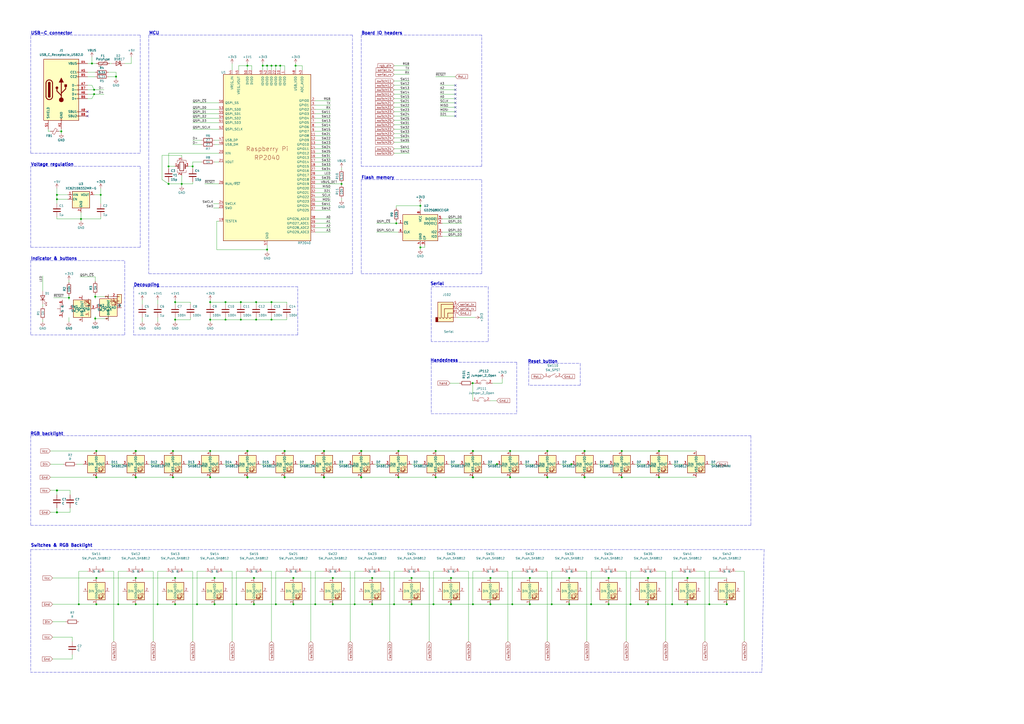
<source format=kicad_sch>
(kicad_sch (version 20211123) (generator eeschema)
  (paper "A2")
  (title_block (title "kuromaru") (date "2022-07-12") (rev "1"))
  (junction (at 238.76 350.52))
  (junction (at 228.6 350.52))
  (junction (at 143.51 276.86) (diameter 1.016))
  (junction (at 53.34 36.83))
  (junction (at 209.55 276.86) (diameter 1.016))
  (junction (at 55.88 350.52))
  (junction (at 288.29 269.24))
  (junction (at 252.73 276.86))
  (junction (at 147.32 335.28))
  (junction (at 46.99 127))
  (junction (at 284.48 350.52))
  (junction (at 251.46 350.52))
  (junction (at 105.41 106.68))
  (junction (at 170.18 335.28))
  (junction (at 193.04 335.28))
  (junction (at 154.94 38.1))
  (junction (at 165.1 276.86) (diameter 1.016))
  (junction (at 187.96 261.62) (diameter 1.016))
  (junction (at 162.56 38.1))
  (junction (at 342.9 350.52))
  (junction (at 274.32 261.62) (diameter 1.016))
  (junction (at 339.09 276.86) (diameter 1.016))
  (junction (at 78.74 350.52))
  (junction (at 111.76 96.52))
  (junction (at 284.48 335.28))
  (junction (at 157.48 185.42))
  (junction (at 101.6 185.42))
  (junction (at 78.74 335.28))
  (junction (at 215.9 335.28))
  (junction (at 339.09 261.62) (diameter 1.016))
  (junction (at 297.18 350.52))
  (junction (at 353.06 335.28))
  (junction (at 182.88 350.52))
  (junction (at 55.88 276.86))
  (junction (at 54.61 52.07))
  (junction (at 157.48 38.1))
  (junction (at 205.74 350.52))
  (junction (at 382.27 261.62))
  (junction (at 124.46 350.52))
  (junction (at 97.79 96.52))
  (junction (at 157.48 175.26))
  (junction (at 101.6 175.26))
  (junction (at 209.55 261.62) (diameter 1.016))
  (junction (at 331.47 269.24))
  (junction (at 121.92 185.42))
  (junction (at 45.72 350.52))
  (junction (at 137.16 350.52))
  (junction (at 165.1 261.62) (diameter 1.016))
  (junction (at 148.59 185.42))
  (junction (at 130.81 175.26))
  (junction (at 91.44 350.52))
  (junction (at 170.18 350.52))
  (junction (at 252.73 261.62))
  (junction (at 121.92 261.62))
  (junction (at 143.51 261.62) (diameter 1.016))
  (junction (at 148.59 175.26))
  (junction (at 152.4 38.1))
  (junction (at 231.14 276.86))
  (junction (at 68.58 350.52))
  (junction (at 375.92 335.28))
  (junction (at 100.33 261.62))
  (junction (at 193.04 350.52))
  (junction (at 160.02 38.1))
  (junction (at 274.193 222.25))
  (junction (at 330.2 335.28))
  (junction (at 67.31 44.45))
  (junction (at 187.96 276.86) (diameter 1.016))
  (junction (at 40.005 172.72))
  (junction (at 398.78 350.52))
  (junction (at 261.62 335.28))
  (junction (at 33.02 113.03))
  (junction (at 101.6 350.52))
  (junction (at 231.14 261.62))
  (junction (at 353.06 350.52))
  (junction (at 171.45 38.1))
  (junction (at 317.5 276.86))
  (junction (at 261.62 350.52))
  (junction (at 139.7 185.42))
  (junction (at 154.94 144.78))
  (junction (at 160.02 350.52))
  (junction (at 375.92 350.52))
  (junction (at 330.2 350.52))
  (junction (at 274.32 350.52))
  (junction (at 35.56 76.2))
  (junction (at 78.74 261.62) (diameter 1.016))
  (junction (at 198.12 106.68))
  (junction (at 238.76 335.28))
  (junction (at 78.74 276.86) (diameter 1.016))
  (junction (at 274.32 276.86) (diameter 1.016))
  (junction (at 58.42 113.03))
  (junction (at 229.87 129.54))
  (junction (at 33.02 297.18) (diameter 1.016))
  (junction (at 215.9 350.52))
  (junction (at 360.68 276.86))
  (junction (at 139.7 175.26))
  (junction (at 365.76 350.52))
  (junction (at 317.5 261.62))
  (junction (at 295.91 276.86))
  (junction (at 33.02 284.48) (diameter 1.016))
  (junction (at 55.245 172.085))
  (junction (at 130.81 185.42))
  (junction (at 55.88 261.62))
  (junction (at 97.79 106.68))
  (junction (at 382.27 276.86))
  (junction (at 320.04 350.52))
  (junction (at 55.245 184.785))
  (junction (at 307.34 335.28))
  (junction (at 33.02 115.57))
  (junction (at 54.61 54.61))
  (junction (at 101.6 335.28))
  (junction (at 243.84 119.38))
  (junction (at 100.33 276.86))
  (junction (at 295.91 261.62))
  (junction (at 398.78 335.28))
  (junction (at 147.32 350.52))
  (junction (at 121.92 276.86))
  (junction (at 307.34 350.52))
  (junction (at 389.89 350.52))
  (junction (at 143.51 38.1))
  (junction (at 124.46 335.28))
  (junction (at 360.68 261.62))
  (junction (at 114.3 350.52))
  (junction (at 421.64 350.52))
  (junction (at 243.84 143.51))
  (junction (at 55.88 335.28))
  (junction (at 411.48 350.52))
  (junction (at 121.92 175.26))
  (no_connect (at 264.16 62.23))
  (no_connect (at 264.16 64.77))
  (no_connect (at 264.16 67.31))
  (no_connect (at 264.16 49.53))
  (no_connect (at 264.16 52.07))
  (no_connect (at 264.16 54.61))
  (no_connect (at 264.16 57.15))
  (no_connect (at 264.16 59.69))
  (no_connect (at 50.8 64.77))
  (no_connect (at 50.8 67.31))
  (polyline (pts (xy 209.55 96.52) (xy 279.4 96.52)))
  (wire (pts (xy 62.865 41.91) (xy 67.31 41.91)))
  (wire (pts (xy 171.45 38.1) (xy 171.45 40.64)))
  (wire (pts (xy 172.72 269.24) (xy 180.34 269.24)))
  (wire (pts (xy 33.02 115.57) (xy 33.02 118.11)))
  (wire (pts (xy 105.41 91.44) (xy 105.41 90.17)))
  (wire (pts (xy 118.745 106.68) (xy 127 106.68)))
  (wire (pts (xy 58.42 109.22) (xy 58.42 113.03)))
  (wire (pts (xy 317.5 261.62) (xy 339.09 261.62)))
  (wire (pts (xy 289.56 269.24) (xy 288.29 269.24)))
  (wire (pts (xy 360.68 276.86) (xy 382.27 276.86)))
  (wire (pts (xy 101.6 335.28) (xy 124.46 335.28)))
  (wire (pts (xy 55.245 170.815) (xy 55.245 172.085)))
  (wire (pts (xy 205.74 331.47) (xy 205.74 350.52)))
  (wire (pts (xy 82.55 173.99) (xy 82.55 176.53)))
  (wire (pts (xy 228.6 80.01) (xy 237.49 80.01)))
  (wire (pts (xy 267.97 134.62) (xy 256.54 134.62)))
  (wire (pts (xy 375.92 347.98) (xy 375.92 350.52)))
  (wire (pts (xy 274.193 222.25) (xy 275.463 222.25)))
  (wire (pts (xy 40.005 184.15) (xy 40.005 186.69)))
  (wire (pts (xy 320.04 331.47) (xy 320.04 350.52)))
  (wire (pts (xy 101.6 175.26) (xy 110.49 175.26)))
  (wire (pts (xy 121.92 173.99) (xy 121.92 175.26)))
  (wire (pts (xy 416.56 331.47) (xy 411.48 331.47)))
  (polyline (pts (xy 17.78 194.31) (xy 72.39 194.31)))
  (wire (pts (xy 255.27 54.61) (xy 264.16 54.61)))
  (wire (pts (xy 114.3 331.47) (xy 114.3 350.52)))
  (wire (pts (xy 228.6 67.31) (xy 237.49 67.31)))
  (wire (pts (xy 279.4 331.47) (xy 274.32 331.47)))
  (wire (pts (xy 389.89 350.52) (xy 398.78 350.52)))
  (polyline (pts (xy 204.47 158.75) (xy 204.47 20.32)))
  (wire (pts (xy 182.88 127) (xy 191.77 127)))
  (wire (pts (xy 50.8 54.61) (xy 54.61 54.61)))
  (wire (pts (xy 137.16 350.52) (xy 147.32 350.52)))
  (wire (pts (xy 91.44 173.99) (xy 91.44 176.53)))
  (wire (pts (xy 33.02 297.18) (xy 40.64 297.18)))
  (wire (pts (xy 358.14 331.47) (xy 363.22 331.47)))
  (wire (pts (xy 123.825 118.11) (xy 127 118.11)))
  (wire (pts (xy 284.48 347.98) (xy 284.48 350.52)))
  (wire (pts (xy 382.27 261.62) (xy 403.86 261.62)))
  (wire (pts (xy 267.97 137.16) (xy 256.54 137.16)))
  (polyline (pts (xy 279.4 104.14) (xy 209.55 104.14)))
  (wire (pts (xy 111.76 66.04) (xy 127 66.04)))
  (wire (pts (xy 182.88 101.6) (xy 191.77 101.6)))
  (wire (pts (xy 215.9 350.52) (xy 228.6 350.52)))
  (wire (pts (xy 217.17 269.24) (xy 223.52 269.24)))
  (wire (pts (xy 72.39 36.83) (xy 76.2 36.83)))
  (wire (pts (xy 121.92 185.42) (xy 130.81 185.42)))
  (wire (pts (xy 40.64 284.48) (xy 33.02 284.48)))
  (wire (pts (xy 228.6 86.36) (xy 237.49 86.36)))
  (wire (pts (xy 55.88 350.52) (xy 68.58 350.52)))
  (wire (pts (xy 228.6 88.9) (xy 237.49 88.9)))
  (wire (pts (xy 307.34 350.52) (xy 320.04 350.52)))
  (wire (pts (xy 33.02 113.03) (xy 39.37 113.03)))
  (wire (pts (xy 143.51 261.62) (xy 165.1 261.62)))
  (wire (pts (xy 62.865 44.45) (xy 67.31 44.45)))
  (wire (pts (xy 101.6 175.26) (xy 101.6 176.53)))
  (wire (pts (xy 107.95 269.24) (xy 114.3 269.24)))
  (wire (pts (xy 243.84 118.11) (xy 243.84 119.38)))
  (wire (pts (xy 109.22 96.52) (xy 111.76 96.52)))
  (wire (pts (xy 63.5 36.83) (xy 64.77 36.83)))
  (wire (pts (xy 105.41 106.68) (xy 105.41 107.95)))
  (wire (pts (xy 203.2 331.47) (xy 203.2 372.11)))
  (wire (pts (xy 342.9 331.47) (xy 342.9 350.52)))
  (wire (pts (xy 40.64 287.02) (xy 40.64 284.48)))
  (wire (pts (xy 162.56 38.1) (xy 165.1 38.1)))
  (wire (pts (xy 187.96 276.86) (xy 209.55 276.86)))
  (wire (pts (xy 294.64 331.47) (xy 294.64 372.11)))
  (wire (pts (xy 121.92 175.26) (xy 130.81 175.26)))
  (wire (pts (xy 124.46 335.28) (xy 147.32 335.28)))
  (wire (pts (xy 261.62 335.28) (xy 284.48 335.28)))
  (wire (pts (xy 228.6 64.77) (xy 237.49 64.77)))
  (wire (pts (xy 97.79 96.52) (xy 97.79 88.9)))
  (wire (pts (xy 86.36 269.24) (xy 92.71 269.24)))
  (wire (pts (xy 111.76 68.58) (xy 127 68.58)))
  (wire (pts (xy 66.04 331.47) (xy 66.04 372.11)))
  (wire (pts (xy 187.96 261.62) (xy 209.55 261.62)))
  (wire (pts (xy 260.35 269.24) (xy 266.7 269.24)))
  (wire (pts (xy 198.12 114.935) (xy 198.12 116.205)))
  (wire (pts (xy 143.51 38.1) (xy 143.51 40.64)))
  (wire (pts (xy 182.88 129.54) (xy 191.77 129.54)))
  (wire (pts (xy 209.55 276.86) (xy 231.14 276.86)))
  (wire (pts (xy 368.3 269.24) (xy 374.65 269.24)))
  (wire (pts (xy 130.81 184.15) (xy 130.81 185.42)))
  (wire (pts (xy 317.5 276.86) (xy 339.09 276.86)))
  (wire (pts (xy 193.04 335.28) (xy 215.9 335.28)))
  (wire (pts (xy 54.61 52.07) (xy 50.8 52.07)))
  (wire (pts (xy 339.09 261.62) (xy 360.68 261.62)))
  (polyline (pts (xy 81.28 88.9) (xy 17.78 88.9)))
  (wire (pts (xy 182.88 331.47) (xy 182.88 350.52)))
  (wire (pts (xy 121.92 185.42) (xy 121.92 186.69)))
  (wire (pts (xy 267.97 127) (xy 256.54 127)))
  (wire (pts (xy 271.78 331.47) (xy 271.78 372.11)))
  (wire (pts (xy 33.02 127) (xy 46.99 127)))
  (wire (pts (xy 125.73 128.27) (xy 127 128.27)))
  (wire (pts (xy 101.6 185.42) (xy 101.6 186.69)))
  (wire (pts (xy 426.72 331.47) (xy 431.8 331.47)))
  (wire (pts (xy 170.18 347.98) (xy 170.18 350.52)))
  (wire (pts (xy 124.46 81.28) (xy 127 81.28)))
  (wire (pts (xy 50.8 49.53) (xy 53.34 49.53)))
  (wire (pts (xy 147.32 335.28) (xy 170.18 335.28)))
  (wire (pts (xy 93.98 90.17) (xy 93.98 104.14)))
  (wire (pts (xy 101.6 185.42) (xy 110.49 185.42)))
  (wire (pts (xy 228.6 74.93) (xy 237.49 74.93)))
  (wire (pts (xy 139.7 185.42) (xy 148.59 185.42)))
  (wire (pts (xy 124.46 93.98) (xy 127 93.98)))
  (wire (pts (xy 143.51 276.86) (xy 165.1 276.86)))
  (wire (pts (xy 53.34 49.53) (xy 54.61 52.07)))
  (wire (pts (xy 421.64 347.98) (xy 421.64 350.52)))
  (wire (pts (xy 266.7 331.47) (xy 271.78 331.47)))
  (wire (pts (xy 34.29 76.2) (xy 35.56 76.2)))
  (wire (pts (xy 243.84 142.24) (xy 243.84 143.51)))
  (wire (pts (xy 408.94 331.47) (xy 408.94 372.11)))
  (wire (pts (xy 228.6 43.18) (xy 237.49 43.18)))
  (wire (pts (xy 124.46 350.52) (xy 137.16 350.52)))
  (wire (pts (xy 340.36 331.47) (xy 340.36 372.11)))
  (wire (pts (xy 157.48 38.1) (xy 157.48 40.64)))
  (wire (pts (xy 111.76 106.68) (xy 111.76 105.41)))
  (wire (pts (xy 62.865 174.625) (xy 62.865 184.785)))
  (wire (pts (xy 33.02 287.02) (xy 33.02 284.48)))
  (wire (pts (xy 44.45 269.24) (xy 48.26 269.24)))
  (wire (pts (xy 50.8 36.83) (xy 53.34 36.83)))
  (wire (pts (xy 46.355 160.655) (xy 55.245 160.655)))
  (wire (pts (xy 53.34 36.83) (xy 55.88 36.83)))
  (wire (pts (xy 238.76 350.52) (xy 251.46 350.52)))
  (wire (pts (xy 58.42 125.73) (xy 58.42 127)))
  (wire (pts (xy 255.27 64.77) (xy 264.16 64.77)))
  (wire (pts (xy 255.27 62.23) (xy 264.16 62.23)))
  (wire (pts (xy 229.87 129.54) (xy 231.14 129.54)))
  (wire (pts (xy 121.92 276.86) (xy 143.51 276.86)))
  (wire (pts (xy 330.2 335.28) (xy 353.06 335.28)))
  (wire (pts (xy 365.76 331.47) (xy 365.76 350.52)))
  (wire (pts (xy 105.41 106.68) (xy 111.76 106.68)))
  (wire (pts (xy 154.94 144.78) (xy 154.94 146.05)))
  (wire (pts (xy 78.74 261.62) (xy 100.33 261.62)))
  (polyline (pts (xy 299.72 210.185) (xy 299.72 240.03)))
  (wire (pts (xy 297.18 350.52) (xy 307.34 350.52)))
  (wire (pts (xy 274.193 222.25) (xy 274.193 232.41)))
  (wire (pts (xy 182.88 109.22) (xy 191.77 109.22)))
  (wire (pts (xy 152.4 36.83) (xy 152.4 38.1)))
  (wire (pts (xy 106.68 331.47) (xy 111.76 331.47)))
  (polyline (pts (xy 306.705 210.82) (xy 306.705 223.52)))
  (wire (pts (xy 146.05 40.64) (xy 146.05 38.1)))
  (wire (pts (xy 154.94 142.24) (xy 154.94 144.78)))
  (wire (pts (xy 78.74 350.52) (xy 91.44 350.52)))
  (wire (pts (xy 40.005 171.45) (xy 40.005 172.72)))
  (wire (pts (xy 137.16 331.47) (xy 137.16 350.52)))
  (wire (pts (xy 175.26 40.64) (xy 175.26 38.1)))
  (wire (pts (xy 78.74 276.86) (xy 100.33 276.86)))
  (wire (pts (xy 55.245 160.655) (xy 55.245 163.195)))
  (wire (pts (xy 198.12 106.68) (xy 198.12 107.315)))
  (wire (pts (xy 238.76 347.98) (xy 238.76 350.52)))
  (wire (pts (xy 139.7 184.15) (xy 139.7 185.42)))
  (wire (pts (xy 274.32 331.47) (xy 274.32 350.52)))
  (wire (pts (xy 157.48 185.42) (xy 166.37 185.42)))
  (polyline (pts (xy 17.78 318.77) (xy 443.23 318.77)))
  (wire (pts (xy 261.62 347.98) (xy 261.62 350.52)))
  (wire (pts (xy 182.88 68.58) (xy 191.77 68.58)))
  (wire (pts (xy 27.94 76.2) (xy 29.21 76.2)))
  (wire (pts (xy 215.9 347.98) (xy 215.9 350.52)))
  (wire (pts (xy 78.74 335.28) (xy 101.6 335.28)))
  (wire (pts (xy 182.88 114.3) (xy 191.77 114.3)))
  (wire (pts (xy 97.79 106.68) (xy 105.41 106.68)))
  (wire (pts (xy 166.37 176.53) (xy 166.37 175.26)))
  (wire (pts (xy 171.45 38.1) (xy 175.26 38.1)))
  (wire (pts (xy 243.84 143.51) (xy 246.38 143.51)))
  (wire (pts (xy 125.73 128.27) (xy 125.73 144.78)))
  (wire (pts (xy 139.7 175.26) (xy 148.59 175.26)))
  (wire (pts (xy 50.8 41.91) (xy 55.245 41.91)))
  (wire (pts (xy 58.42 113.03) (xy 58.42 118.11)))
  (wire (pts (xy 157.48 331.47) (xy 157.48 372.11)))
  (wire (pts (xy 218.44 134.62) (xy 231.14 134.62)))
  (wire (pts (xy 228.6 38.1) (xy 237.49 38.1)))
  (wire (pts (xy 152.4 38.1) (xy 152.4 40.64)))
  (wire (pts (xy 55.245 172.085) (xy 55.245 173.355)))
  (wire (pts (xy 284.48 350.52) (xy 297.18 350.52)))
  (wire (pts (xy 105.41 90.17) (xy 93.98 90.17)))
  (wire (pts (xy 307.34 347.98) (xy 307.34 350.52)))
  (wire (pts (xy 175.26 331.47) (xy 180.34 331.47)))
  (wire (pts (xy 195.58 269.24) (xy 201.93 269.24)))
  (wire (pts (xy 50.8 331.47) (xy 45.72 331.47)))
  (wire (pts (xy 303.53 269.24) (xy 309.88 269.24)))
  (wire (pts (xy 255.27 52.07) (xy 264.16 52.07)))
  (wire (pts (xy 228.6 59.69) (xy 237.49 59.69)))
  (polyline (pts (xy 209.55 104.14) (xy 209.55 158.75)))
  (wire (pts (xy 182.88 83.82) (xy 191.77 83.82)))
  (wire (pts (xy 45.72 350.52) (xy 55.88 350.52)))
  (wire (pts (xy 180.34 331.47) (xy 180.34 372.11)))
  (wire (pts (xy 30.48 360.68) (xy 38.1 360.68)))
  (wire (pts (xy 33.02 284.48) (xy 29.21 284.48)))
  (wire (pts (xy 100.33 261.62) (xy 121.92 261.62)))
  (wire (pts (xy 325.12 269.24) (xy 331.47 269.24)))
  (wire (pts (xy 389.89 331.47) (xy 389.89 350.52)))
  (wire (pts (xy 187.96 331.47) (xy 182.88 331.47)))
  (wire (pts (xy 148.59 175.26) (xy 157.48 175.26)))
  (wire (pts (xy 238.76 335.28) (xy 261.62 335.28)))
  (wire (pts (xy 110.49 184.15) (xy 110.49 185.42)))
  (wire (pts (xy 40.64 297.18) (xy 40.64 294.64)))
  (wire (pts (xy 297.18 331.47) (xy 297.18 350.52)))
  (wire (pts (xy 152.4 331.47) (xy 157.48 331.47)))
  (wire (pts (xy 375.92 350.52) (xy 389.89 350.52)))
  (wire (pts (xy 91.44 331.47) (xy 91.44 350.52)))
  (wire (pts (xy 386.08 331.47) (xy 386.08 372.11)))
  (wire (pts (xy 88.9 331.47) (xy 88.9 372.11)))
  (polyline (pts (xy 17.78 151.13) (xy 17.78 194.31)))
  (wire (pts (xy 182.88 106.68) (xy 198.12 106.68)))
  (wire (pts (xy 29.21 297.18) (xy 33.02 297.18)))
  (wire (pts (xy 243.84 119.38) (xy 243.84 121.92)))
  (wire (pts (xy 198.12 331.47) (xy 203.2 331.47)))
  (wire (pts (xy 182.88 132.08) (xy 191.77 132.08)))
  (wire (pts (xy 274.32 261.62) (xy 295.91 261.62)))
  (wire (pts (xy 24.765 176.53) (xy 24.765 177.8)))
  (wire (pts (xy 291.338 222.25) (xy 291.338 219.71)))
  (wire (pts (xy 30.48 350.52) (xy 45.72 350.52)))
  (wire (pts (xy 182.88 111.76) (xy 191.77 111.76)))
  (wire (pts (xy 111.76 96.52) (xy 111.76 97.79)))
  (wire (pts (xy 62.865 184.785) (xy 55.245 184.785)))
  (wire (pts (xy 339.09 276.86) (xy 360.68 276.86)))
  (wire (pts (xy 228.6 57.15) (xy 237.49 57.15)))
  (wire (pts (xy 121.92 184.15) (xy 121.92 185.42)))
  (wire (pts (xy 45.72 331.47) (xy 45.72 350.52)))
  (wire (pts (xy 171.45 36.83) (xy 171.45 38.1)))
  (wire (pts (xy 142.24 331.47) (xy 137.16 331.47)))
  (wire (pts (xy 97.79 97.79) (xy 97.79 96.52)))
  (wire (pts (xy 147.32 350.52) (xy 160.02 350.52)))
  (wire (pts (xy 24.765 185.42) (xy 24.765 186.69)))
  (wire (pts (xy 335.28 331.47) (xy 340.36 331.47)))
  (polyline (pts (xy 279.4 96.52) (xy 279.4 20.32)))
  (wire (pts (xy 67.31 44.45) (xy 67.31 45.72)))
  (polyline (pts (xy 17.78 20.32) (xy 81.28 20.32)))
  (wire (pts (xy 243.84 331.47) (xy 248.92 331.47)))
  (wire (pts (xy 228.6 54.61) (xy 237.49 54.61)))
  (wire (pts (xy 218.44 129.54) (xy 229.87 129.54)))
  (wire (pts (xy 130.81 185.42) (xy 139.7 185.42)))
  (wire (pts (xy 63.5 269.24) (xy 71.12 269.24)))
  (wire (pts (xy 82.55 184.15) (xy 82.55 186.69)))
  (wire (pts (xy 389.89 269.24) (xy 396.24 269.24)))
  (wire (pts (xy 295.91 276.86) (xy 317.5 276.86)))
  (wire (pts (xy 182.88 73.66) (xy 191.77 73.66)))
  (wire (pts (xy 29.21 276.86) (xy 55.88 276.86)))
  (polyline (pts (xy 435.61 252.73) (xy 435.61 304.8)))
  (wire (pts (xy 97.79 105.41) (xy 97.79 106.68)))
  (wire (pts (xy 55.88 276.86) (xy 78.74 276.86)))
  (wire (pts (xy 130.81 175.26) (xy 130.81 176.53)))
  (wire (pts (xy 274.32 276.86) (xy 295.91 276.86)))
  (wire (pts (xy 205.74 350.52) (xy 215.9 350.52)))
  (wire (pts (xy 182.88 63.5) (xy 191.77 63.5)))
  (wire (pts (xy 330.2 347.98) (xy 330.2 350.52)))
  (wire (pts (xy 41.91 372.11) (xy 41.91 369.57)))
  (polyline (pts (xy 250.19 198.12) (xy 250.19 166.37)))
  (polyline (pts (xy 283.21 198.12) (xy 250.19 198.12)))
  (wire (pts (xy 97.79 96.52) (xy 101.6 96.52)))
  (wire (pts (xy 111.76 71.12) (xy 127 71.12)))
  (wire (pts (xy 91.44 184.15) (xy 91.44 186.69)))
  (wire (pts (xy 64.135 174.625) (xy 62.865 174.625)))
  (wire (pts (xy 154.94 38.1) (xy 157.48 38.1)))
  (wire (pts (xy 182.88 96.52) (xy 191.77 96.52)))
  (wire (pts (xy 182.88 93.98) (xy 191.77 93.98)))
  (wire (pts (xy 281.94 269.24) (xy 288.29 269.24)))
  (wire (pts (xy 403.86 331.47) (xy 408.94 331.47)))
  (wire (pts (xy 229.87 128.27) (xy 229.87 129.54)))
  (wire (pts (xy 148.59 184.15) (xy 148.59 185.42)))
  (polyline (pts (xy 283.21 166.37) (xy 283.21 198.12)))
  (wire (pts (xy 274.32 350.52) (xy 284.48 350.52)))
  (polyline (pts (xy 81.28 20.32) (xy 81.28 88.9)))
  (wire (pts (xy 67.31 41.91) (xy 67.31 44.45)))
  (wire (pts (xy 30.48 369.57) (xy 41.91 369.57)))
  (wire (pts (xy 160.02 38.1) (xy 160.02 40.64)))
  (wire (pts (xy 265.43 184.15) (xy 275.59 184.15)))
  (wire (pts (xy 193.04 347.98) (xy 193.04 350.52)))
  (polyline (pts (xy 336.55 223.52) (xy 306.705 223.52)))
  (wire (pts (xy 411.48 350.52) (xy 421.64 350.52)))
  (wire (pts (xy 317.5 331.47) (xy 317.5 372.11)))
  (wire (pts (xy 121.92 261.62) (xy 143.51 261.62)))
  (polyline (pts (xy 17.78 96.52) (xy 81.28 96.52)))
  (wire (pts (xy 289.56 331.47) (xy 294.64 331.47)))
  (wire (pts (xy 295.91 261.62) (xy 317.5 261.62)))
  (wire (pts (xy 33.02 125.73) (xy 33.02 127)))
  (wire (pts (xy 53.34 33.02) (xy 53.34 36.83)))
  (wire (pts (xy 35.56 76.2) (xy 35.56 77.47)))
  (wire (pts (xy 30.48 382.27) (xy 41.91 382.27)))
  (polyline (pts (xy 435.61 304.8) (xy 17.78 304.8)))
  (polyline (pts (xy 77.47 194.31) (xy 172.72 194.31)))
  (wire (pts (xy 55.88 335.28) (xy 78.74 335.28)))
  (wire (pts (xy 255.27 59.69) (xy 264.16 59.69)))
  (wire (pts (xy 252.73 276.86) (xy 274.32 276.86)))
  (wire (pts (xy 134.62 331.47) (xy 134.62 372.11)))
  (wire (pts (xy 27.94 74.93) (xy 27.94 76.2)))
  (wire (pts (xy 29.21 261.62) (xy 55.88 261.62)))
  (wire (pts (xy 209.55 261.62) (xy 231.14 261.62)))
  (wire (pts (xy 231.14 276.86) (xy 252.73 276.86)))
  (wire (pts (xy 231.14 261.62) (xy 252.73 261.62)))
  (wire (pts (xy 97.79 88.9) (xy 127 88.9)))
  (wire (pts (xy 252.73 44.45) (xy 264.16 44.45)))
  (wire (pts (xy 238.76 269.24) (xy 245.11 269.24)))
  (wire (pts (xy 228.6 350.52) (xy 238.76 350.52)))
  (wire (pts (xy 228.6 46.99) (xy 237.49 46.99)))
  (wire (pts (xy 182.88 116.84) (xy 191.77 116.84)))
  (wire (pts (xy 246.38 142.24) (xy 246.38 143.51)))
  (wire (pts (xy 68.58 350.52) (xy 78.74 350.52)))
  (wire (pts (xy 160.02 331.47) (xy 160.02 350.52)))
  (wire (pts (xy 33.02 297.18) (xy 33.02 294.64)))
  (wire (pts (xy 76.2 33.02) (xy 76.2 36.83)))
  (wire (pts (xy 382.27 276.86) (xy 403.86 276.86)))
  (wire (pts (xy 55.245 183.515) (xy 55.245 184.785)))
  (wire (pts (xy 50.8 44.45) (xy 55.245 44.45)))
  (wire (pts (xy 111.76 83.82) (xy 116.84 83.82)))
  (wire (pts (xy 267.97 129.54) (xy 256.54 129.54)))
  (wire (pts (xy 148.59 185.42) (xy 157.48 185.42)))
  (wire (pts (xy 228.6 52.07) (xy 237.49 52.07)))
  (wire (pts (xy 33.02 109.22) (xy 33.02 113.03)))
  (polyline (pts (xy 250.19 166.37) (xy 253.365 166.37)))
  (wire (pts (xy 411.48 269.24) (xy 415.29 269.24)))
  (wire (pts (xy 229.87 119.38) (xy 243.84 119.38)))
  (wire (pts (xy 182.88 121.92) (xy 191.77 121.92)))
  (wire (pts (xy 138.43 38.1) (xy 143.51 38.1)))
  (wire (pts (xy 96.52 331.47) (xy 91.44 331.47)))
  (wire (pts (xy 68.58 331.47) (xy 68.58 350.52)))
  (wire (pts (xy 119.38 331.47) (xy 114.3 331.47)))
  (wire (pts (xy 353.06 347.98) (xy 353.06 350.52)))
  (wire (pts (xy 228.6 40.64) (xy 237.49 40.64)))
  (wire (pts (xy 33.02 113.03) (xy 33.02 115.57)))
  (wire (pts (xy 111.76 63.5) (xy 127 63.5)))
  (wire (pts (xy 226.06 331.47) (xy 226.06 372.11)))
  (wire (pts (xy 330.2 350.52) (xy 342.9 350.52)))
  (wire (pts (xy 431.8 331.47) (xy 431.8 372.11)))
  (wire (pts (xy 55.245 184.785) (xy 55.245 186.055)))
  (wire (pts (xy 101.6 350.52) (xy 114.3 350.52)))
  (wire (pts (xy 148.59 175.26) (xy 148.59 176.53)))
  (wire (pts (xy 228.6 77.47) (xy 237.49 77.47)))
  (polyline (pts (xy 172.72 194.31) (xy 172.72 166.37)))
  (polyline (pts (xy 81.28 143.51) (xy 17.78 143.51)))
  (wire (pts (xy 116.84 93.98) (xy 111.76 93.98)))
  (wire (pts (xy 143.51 36.83) (xy 143.51 38.1)))
  (polyline (pts (xy 17.78 88.9) (xy 17.78 20.32)))
  (wire (pts (xy 73.66 331.47) (xy 68.58 331.47)))
  (wire (pts (xy 398.78 335.28) (xy 421.64 335.28)))
  (wire (pts (xy 124.46 347.98) (xy 124.46 350.52)))
  (wire (pts (xy 284.353 232.41) (xy 288.163 232.41)))
  (wire (pts (xy 261.62 350.52) (xy 274.32 350.52)))
  (wire (pts (xy 100.33 276.86) (xy 121.92 276.86)))
  (wire (pts (xy 111.76 59.69) (xy 127 59.69)))
  (wire (pts (xy 393.7 331.47) (xy 389.89 331.47)))
  (wire (pts (xy 365.76 350.52) (xy 375.92 350.52)))
  (wire (pts (xy 165.1 40.64) (xy 165.1 38.1)))
  (wire (pts (xy 302.26 331.47) (xy 297.18 331.47)))
  (wire (pts (xy 248.92 331.47) (xy 248.92 372.11)))
  (polyline (pts (xy 209.55 158.75) (xy 279.4 158.75)))
  (polyline (pts (xy 77.47 166.37) (xy 172.72 166.37)))
  (wire (pts (xy 24.765 160.02) (xy 24.765 168.91)))
  (polyline (pts (xy 299.72 240.03) (xy 250.19 240.03)))
  (polyline (pts (xy 17.78 252.73) (xy 17.78 304.8)))
  (wire (pts (xy 157.48 38.1) (xy 160.02 38.1)))
  (wire (pts (xy 147.32 347.98) (xy 147.32 350.52)))
  (wire (pts (xy 111.76 93.98) (xy 111.76 96.52)))
  (wire (pts (xy 46.99 123.19) (xy 46.99 127)))
  (wire (pts (xy 251.46 350.52) (xy 261.62 350.52)))
  (wire (pts (xy 165.1 261.62) (xy 187.96 261.62)))
  (polyline (pts (xy 253.365 166.37) (xy 283.21 166.37)))
  (wire (pts (xy 93.98 104.14) (xy 97.79 106.68)))
  (wire (pts (xy 229.87 120.65) (xy 229.87 119.38)))
  (wire (pts (xy 346.71 269.24) (xy 353.06 269.24)))
  (wire (pts (xy 252.73 261.62) (xy 274.32 261.62)))
  (wire (pts (xy 123.825 120.65) (xy 127 120.65)))
  (wire (pts (xy 411.48 331.47) (xy 411.48 350.52)))
  (wire (pts (xy 29.21 269.24) (xy 36.83 269.24)))
  (wire (pts (xy 193.04 350.52) (xy 205.74 350.52)))
  (wire (pts (xy 342.9 350.52) (xy 353.06 350.52)))
  (wire (pts (xy 228.6 49.53) (xy 237.49 49.53)))
  (wire (pts (xy 370.84 331.47) (xy 365.76 331.47)))
  (wire (pts (xy 285.623 222.25) (xy 291.338 222.25)))
  (wire (pts (xy 198.12 97.155) (xy 198.12 98.425)))
  (wire (pts (xy 124.46 83.82) (xy 127 83.82)))
  (wire (pts (xy 182.88 60.96) (xy 191.77 60.96)))
  (wire (pts (xy 157.48 175.26) (xy 166.37 175.26)))
  (wire (pts (xy 41.91 382.27) (xy 41.91 379.73)))
  (wire (pts (xy 332.74 269.24) (xy 331.47 269.24)))
  (wire (pts (xy 91.44 350.52) (xy 101.6 350.52)))
  (wire (pts (xy 105.41 101.6) (xy 105.41 106.68)))
  (polyline (pts (xy 279.4 20.32) (xy 209.55 20.32)))
  (wire (pts (xy 312.42 331.47) (xy 317.5 331.47)))
  (wire (pts (xy 182.88 76.2) (xy 191.77 76.2)))
  (wire (pts (xy 360.68 261.62) (xy 382.27 261.62)))
  (wire (pts (xy 182.88 350.52) (xy 193.04 350.52)))
  (wire (pts (xy 54.61 54.61) (xy 53.34 57.15)))
  (wire (pts (xy 54.61 113.03) (xy 58.42 113.03)))
  (wire (pts (xy 353.06 335.28) (xy 375.92 335.28)))
  (wire (pts (xy 182.88 78.74) (xy 191.77 78.74)))
  (wire (pts (xy 121.92 175.26) (xy 121.92 176.53)))
  (wire (pts (xy 111.76 74.93) (xy 127 74.93)))
  (wire (pts (xy 129.54 331.47) (xy 134.62 331.47)))
  (wire (pts (xy 83.82 331.47) (xy 88.9 331.47)))
  (polyline (pts (xy 209.55 20.32) (xy 209.55 96.52)))
  (wire (pts (xy 54.61 52.07) (xy 60.325 52.07)))
  (wire (pts (xy 138.43 40.64) (xy 138.43 38.1)))
  (polyline (pts (xy 86.36 158.75) (xy 204.47 158.75)))
  (wire (pts (xy 154.94 38.1) (xy 154.94 40.64)))
  (polyline (pts (xy 17.9578 252.6792) (xy 435.61 252.73)))
  (wire (pts (xy 157.48 175.26) (xy 157.48 176.53)))
  (polyline (pts (xy 17.78 143.51) (xy 17.78 96.52)))
  (wire (pts (xy 129.54 269.24) (xy 135.89 269.24)))
  (wire (pts (xy 228.6 72.39) (xy 237.49 72.39)))
  (wire (pts (xy 320.04 350.52) (xy 330.2 350.52)))
  (polyline (pts (xy 204.47 20.32) (xy 86.36 20.32)))
  (wire (pts (xy 398.78 347.98) (xy 398.78 350.52)))
  (wire (pts (xy 182.88 58.42) (xy 191.77 58.42)))
  (wire (pts (xy 160.02 350.52) (xy 170.18 350.52)))
  (wire (pts (xy 353.06 350.52) (xy 365.76 350.52)))
  (wire (pts (xy 182.88 91.44) (xy 191.77 91.44)))
  (wire (pts (xy 111.76 81.28) (xy 116.84 81.28)))
  (wire (pts (xy 215.9 335.28) (xy 238.76 335.28)))
  (wire (pts (xy 220.98 331.47) (xy 226.06 331.47)))
  (wire (pts (xy 162.56 38.1) (xy 162.56 40.64)))
  (wire (pts (xy 381 331.47) (xy 386.08 331.47)))
  (wire (pts (xy 325.12 331.47) (xy 320.04 331.47)))
  (wire (pts (xy 198.12 106.045) (xy 198.12 106.68)))
  (wire (pts (xy 182.88 104.14) (xy 191.77 104.14)))
  (wire (pts (xy 111.76 331.47) (xy 111.76 372.11)))
  (wire (pts (xy 182.88 134.62) (xy 191.77 134.62)))
  (polyline (pts (xy 77.47 166.37) (xy 77.47 194.31)))
  (wire (pts (xy 255.27 57.15) (xy 264.16 57.15)))
  (polyline (pts (xy 250.19 210.185) (xy 250.19 240.03)))
  (wire (pts (xy 228.6 69.85) (xy 237.49 69.85)))
  (wire (pts (xy 182.88 86.36) (xy 191.77 86.36)))
  (polyline (pts (xy 441.96 389.89) (xy 17.78 389.89)))
  (wire (pts (xy 182.88 88.9) (xy 191.77 88.9)))
  (wire (pts (xy 182.88 66.04) (xy 191.77 66.04)))
  (wire (pts (xy 363.22 331.47) (xy 363.22 372.11)))
  (wire (pts (xy 55.88 261.62) (xy 78.74 261.62)))
  (wire (pts (xy 375.92 335.28) (xy 398.78 335.28)))
  (wire (pts (xy 264.16 67.31) (xy 255.27 67.31)))
  (wire (pts (xy 30.48 335.28) (xy 55.88 335.28)))
  (wire (pts (xy 243.84 143.51) (xy 243.84 144.78)))
  (wire (pts (xy 228.6 82.55) (xy 237.49 82.55)))
  (wire (pts (xy 53.34 57.15) (xy 50.8 57.15)))
  (wire (pts (xy 110.49 176.53) (xy 110.49 175.26)))
  (polyline (pts (xy 306.705 210.82) (xy 336.55 210.82)))
  (wire (pts (xy 54.61 54.61) (xy 60.325 54.61)))
  (wire (pts (xy 157.48 184.15) (xy 157.48 185.42)))
  (wire (pts (xy 284.48 335.28) (xy 307.34 335.28)))
  (wire (pts (xy 55.245 172.085) (xy 64.135 172.085)))
  (polyline (pts (xy 443.23 318.77) (xy 441.96 389.89)))
  (wire (pts (xy 114.3 350.52) (xy 124.46 350.52)))
  (wire (pts (xy 160.02 38.1) (xy 162.56 38.1)))
  (wire (pts (xy 170.18 335.28) (xy 193.04 335.28)))
  (polyline (pts (xy 81.28 96.52) (xy 81.28 143.51)))
  (wire (pts (xy 251.46 331.47) (xy 251.46 350.52)))
  (wire (pts (xy 165.1 331.47) (xy 160.02 331.47)))
  (wire (pts (xy 307.34 335.28) (xy 330.2 335.28)))
  (wire (pts (xy 398.78 350.52) (xy 411.48 350.52)))
  (wire (pts (xy 233.68 331.47) (xy 228.6 331.47)))
  (wire (pts (xy 210.82 331.47) (xy 205.74 331.47)))
  (wire (pts (xy 35.56 74.93) (xy 35.56 76.2)))
  (polyline (pts (xy 336.55 210.82) (xy 336.55 223.52)))
  (polyline (pts (xy 72.39 194.31) (xy 72.39 151.13)))
  (wire (pts (xy 152.4 38.1) (xy 154.94 38.1)))
  (wire (pts (xy 182.88 81.28) (xy 191.77 81.28)))
  (wire (pts (xy 165.1 276.86) (xy 187.96 276.86)))
  (wire (pts (xy 46.99 127) (xy 46.99 128.27)))
  (polyline (pts (xy 17.78 318.77) (xy 17.78 389.89)))
  (wire (pts (xy 60.96 331.47) (xy 66.04 331.47)))
  (wire (pts (xy 166.37 184.15) (xy 166.37 185.42)))
  (polyline (pts (xy 17.78 151.13) (xy 72.39 151.13)))
  (wire (pts (xy 40.005 172.72) (xy 40.005 173.99)))
  (wire (pts (xy 101.6 184.15) (xy 101.6 185.42)))
  (wire (pts (xy 260.985 222.25) (xy 266.573 222.25)))
  (wire (pts (xy 31.115 172.72) (xy 40.005 172.72)))
  (wire (pts (xy 347.98 331.47) (xy 342.9 331.47)))
  (wire (pts (xy 151.13 269.24) (xy 157.48 269.24)))
  (wire (pts (xy 40.005 162.56) (xy 40.005 163.83)))
  (polyline (pts (xy 86.36 20.32) (xy 86.36 158.75)))
  (wire (pts (xy 125.73 144.78) (xy 154.94 144.78)))
  (wire (pts (xy 256.54 331.47) (xy 251.46 331.47)))
  (wire (pts (xy 182.88 71.12) (xy 191.77 71.12)))
  (wire (pts (xy 228.6 331.47) (xy 228.6 350.52)))
  (polyline (pts (xy 250.19 210.185) (xy 299.72 210.185)))
  (wire (pts (xy 134.62 36.83) (xy 134.62 40.64)))
  (wire (pts (xy 143.51 38.1) (xy 146.05 38.1)))
  (wire (pts (xy 139.7 175.26) (xy 139.7 176.53)))
  (wire (pts (xy 46.99 127) (xy 58.42 127)))
  (wire (pts (xy 170.18 350.52) (xy 182.88 350.52)))
  (wire (pts (xy 182.88 119.38) (xy 191.77 119.38)))
  (wire (pts (xy 101.6 173.99) (xy 101.6 175.26)))
  (wire (pts (xy 33.02 115.57) (xy 39.37 115.57)))
  (wire (pts (xy 182.88 99.06) (xy 191.77 99.06)))
  (wire (pts (xy 228.6 62.23) (xy 237.49 62.23)))
  (wire (pts (xy 255.27 49.53) (xy 264.16 49.53)))
  (wire (pts (xy 130.81 175.26) (xy 139.7 175.26)))
  (polyline (pts (xy 279.4 158.75) (xy 279.4 104.14)))
  (text "Decoupling" (at 77.47 166.37 0) (effects (font (size 1.778 1.778) (thickness 0.3556) bold) (justify left bottom)))
  (text "Board IO headers" (at 209.55 20.32 0) (effects (font (size 1.778 1.778) (thickness 0.3556) bold) (justify left bottom)))
  (text "USB-C connector" (at 17.78 20.32 0) (effects (font (size 1.778 1.778) (thickness 0.3556) bold) (justify left bottom)))
  (text "Reset button" (at 306.07 210.82 0) (effects (font (size 1.778 1.778) (thickness 0.3556) bold) (justify left bottom)))
  (text "Indicator & buttons" (at 17.78 151.13 0) (effects (font (size 1.778 1.778) (thickness 0.3556) bold) (justify left bottom)))
  (text "RGB backlight" (at 36.83 252.73 180) (effects (font (size 1.778 1.778) (thickness 0.3556) bold) (justify right bottom)))
  (text "Voltage regulation" (at 17.78 96.52 0) (effects (font (size 1.778 1.778) (thickness 0.3556) bold) (justify left bottom)))
  (text "Handedness" (at 249.555 210.185 0) (effects (font (size 1.778 1.778) (thickness 0.3556) bold) (justify left bottom)))
  (text "Serial" (at 249.555 165.735 0) (effects (font (size 1.778 1.778) (thickness 0.3556) bold) (justify left bottom)))
  (text "MCU" (at 86.36 20.32 0) (effects (font (size 1.778 1.778) (thickness 0.3556) bold) (justify left bottom)))
  (text "Switches & RGB Backlight" (at 17.78 317.5 0) (effects (font (size 1.778 1.778) (thickness 0.3556) bold) (justify left bottom)))
  (text "Flash memory" (at 209.55 104.14 0) (effects (font (size 1.778 1.778) (thickness 0.3556) bold) (justify left bottom)))
  (label "SW25" (at 237.49 69.85 180))
  (label "SW21" (at 191.77 78.74 180))
  (label "QSPI_D2" (at 111.76 68.58 0))
  (label "SW41" (at 237.49 86.36 180))
  (label "SCLK" (at 191.77 114.3 180))
  (label "SW33" (at 191.77 96.52 180))
  (label "SW41" (at 191.77 119.38 180))
  (label "SWD" (at 123.825 120.65 180))
  (label "SW34" (at 191.77 99.06 180))
  (label "LED" (at 191.77 101.6 180))
  (label "SCLK" (at 255.27 59.69 0))
  (label "RGB" (at 237.49 38.1 180))
  (label "VBUS_DET" (at 195.58 106.68 180))
  (label "SW14" (at 191.77 73.66 180))
  (label "MOSI" (at 191.77 116.84 180))
  (label "SW34" (at 237.49 80.01 180))
  (label "SW23" (at 237.49 64.77 180))
  (label "SW42" (at 191.77 121.92 180))
  (label "SW42" (at 237.49 88.9 180))
  (label "A2" (at 191.77 132.08 180))
  (label "SW35" (at 237.49 82.55 180))
  (label "SW15" (at 191.77 76.2 180))
  (label "SW11" (at 191.77 66.04 180))
  (label "D-" (at 111.76 83.82 0))
  (label "TX" (at 191.77 60.96 180))
  (label "SW11" (at 237.49 46.99 180))
  (label "~{RESET}" (at 31.115 172.72 0))
  (label "~{RESET}" (at 252.73 44.45 0))
  (label "QSPI_SCLK" (at 218.44 134.62 0))
  (label "SW12" (at 191.77 68.58 180))
  (label "A3" (at 255.27 49.53 0))
  (label "SW24" (at 237.49 67.31 180))
  (label "QSPI_D0" (at 267.97 127 180))
  (label "SW31" (at 237.49 72.39 180))
  (label "QSPI_~{CS}" (at 218.44 129.54 0))
  (label "QSPI_D1" (at 111.76 66.04 0))
  (label "SW15" (at 237.49 57.15 180))
  (label "SW32" (at 237.49 74.93 180))
  (label "MOSI" (at 255.27 64.77 0))
  (label "MISO" (at 255.27 62.23 0))
  (label "~{RESET}" (at 118.745 106.68 0))
  (label "SW13" (at 237.49 52.07 180))
  (label "SW12" (at 237.49 49.53 180))
  (label "SW22" (at 237.49 62.23 180))
  (label "QSPI_D3" (at 111.76 71.12 0))
  (label "QSPI_~{CS}" (at 111.76 59.69 0))
  (label "RX" (at 191.77 63.5 180))
  (label "SW25" (at 191.77 88.9 180))
  (label "SW24" (at 191.77 86.36 180))
  (label "SW32" (at 191.77 93.98 180))
  (label "A1" (at 191.77 129.54 180))
  (label "SW13" (at 191.77 71.12 180))
  (label "QSPI_D2" (at 267.97 134.62 180))
  (label "SW22" (at 191.77 81.28 180))
  (label "A0" (at 255.27 57.15 0))
  (label "D+" (at 111.76 81.28 0))
  (label "D-" (at 60.325 52.07 180))
  (label "SW21" (at 237.49 59.69 180))
  (label "LED" (at 24.765 160.02 270))
  (label "SW23" (at 191.77 83.82 180))
  (label "D21" (at 191.77 111.76 180))
  (label "SW31" (at 191.77 91.44 180))
  (label "QSPI_D1" (at 267.97 129.54 180))
  (label "RX" (at 237.49 43.18 180))
  (label "MISO" (at 191.77 109.22 180))
  (label "SW35" (at 191.77 104.14 180))
  (label "A2" (at 255.27 52.07 0))
  (label "TX" (at 237.49 40.64 180))
  (label "SWCLK" (at 123.825 118.11 180))
  (label "QSPI_~{CS}" (at 46.355 160.655 0))
  (label "QSPI_SCLK" (at 111.76 74.93 0))
  (label "QSPI_D3" (at 267.97 137.16 180))
  (label "SW33" (at 237.49 77.47 180))
  (label "A3" (at 191.77 134.62 180))
  (label "RGB" (at 191.77 58.42 180))
  (label "D21" (at 255.27 67.31 0))
  (label "D+" (at 60.325 54.61 180))
  (label "A0" (at 191.77 127 180))
  (label "QSPI_D0" (at 111.76 63.5 0))
  (label "SW14" (at 237.49 54.61 180))
  (label "A1" (at 255.27 54.61 0))
  (global_label "switch25" (shape input) (at 228.6 69.85 180) (property "Intersheet References" "${INTERSHEET_REFS}" (effects hide)))
  (global_label "serial_rx" (shape input) (at 265.43 179.07 0) (property "Intersheet References" "${INTERSHEET_REFS}" (effects hide)))
  (global_label "hand" (shape input) (at 260.985 222.25 180) (property "Intersheet References" "${INTERSHEET_REFS}" (effects hide)))
  (global_label "switch34" (shape input) (at 363.22 372.11 270) (property "Intersheet References" "${INTERSHEET_REFS}" (effects hide)))
  (global_label "switch14" (shape input) (at 228.6 54.61 180) (property "Intersheet References" "${INTERSHEET_REFS}" (effects hide)))
  (global_label "switch25" (shape input) (at 271.78 372.11 270) (property "Intersheet References" "${INTERSHEET_REFS}" (effects hide)))
  (global_label "switch22" (shape input) (at 228.6 62.23 180) (property "Intersheet References" "${INTERSHEET_REFS}" (effects hide)))
  (global_label "switch32" (shape input) (at 317.5 372.11 270) (property "Intersheet References" "${INTERSHEET_REFS}" (effects hide)))
  (global_label "switch24" (shape input) (at 228.6 67.31 180) (property "Intersheet References" "${INTERSHEET_REFS}" (effects hide)))
  (global_label "switch15" (shape input) (at 157.48 372.11 270) (property "Intersheet References" "${INTERSHEET_REFS}" (effects hide)))
  (global_label "Vcc" (shape input) (at 30.48 369.57 180) (property "Intersheet References" "${INTERSHEET_REFS}" (effects hide)))
  (global_label "switch11" (shape input) (at 66.04 372.11 270) (property "Intersheet References" "${INTERSHEET_REFS}" (effects hide)))
  (global_label "switch35" (shape input) (at 386.08 372.11 270) (property "Intersheet References" "${INTERSHEET_REFS}" (effects hide)))
  (global_label "switch33" (shape input) (at 340.36 372.11 270) (property "Intersheet References" "${INTERSHEET_REFS}" (effects hide)))
  (global_label "Gnd" (shape input) (at 30.48 350.52 180) (property "Intersheet References" "${INTERSHEET_REFS}" (effects hide)))
  (global_label "switch12" (shape input) (at 228.6 49.53 180) (property "Intersheet References" "${INTERSHEET_REFS}" (effects hide)))
  (global_label "switch23" (shape input) (at 228.6 77.47 180) (property "Intersheet References" "${INTERSHEET_REFS}" (effects hide)))
  (global_label "switch41" (shape input) (at 408.94 372.11 270) (property "Intersheet References" "${INTERSHEET_REFS}" (effects hide)))
  (global_label "Rst_l" (shape input) (at 264.16 44.45 0) (property "Intersheet References" "${INTERSHEET_REFS}" (effects hide)))
  (global_label "Din" (shape input) (at 29.21 269.24 180) (property "Intersheet References" "${INTERSHEET_REFS}" (effects hide)))
  (global_label "Din" (shape input) (at 30.48 360.68 180) (property "Intersheet References" "${INTERSHEET_REFS}" (effects hide)))
  (global_label "switch22" (shape input) (at 228.6 74.93 180) (property "Intersheet References" "${INTERSHEET_REFS}" (effects hide)))
  (global_label "Gnd_l" (shape input) (at 265.43 181.61 0) (property "Intersheet References" "${INTERSHEET_REFS}" (effects hide)))
  (global_label "Gnd" (shape input) (at 29.21 297.18 180) (property "Intersheet References" "${INTERSHEET_REFS}" (effects hide)))
  (global_label "serial_rx" (shape input) (at 228.6 43.18 180) (property "Intersheet References" "${INTERSHEET_REFS}" (effects hide)))
  (global_label "switch12" (shape input) (at 88.9 372.11 270) (property "Intersheet References" "${INTERSHEET_REFS}" (effects hide)))
  (global_label "switch25" (shape input) (at 228.6 82.55 180) (property "Intersheet References" "${INTERSHEET_REFS}" (effects hide)))
  (global_label "Gnd_l" (shape input) (at 325.755 218.44 0) (property "Intersheet References" "${INTERSHEET_REFS}" (effects hide)))
  (global_label "switch21" (shape input) (at 228.6 72.39 180) (property "Intersheet References" "${INTERSHEET_REFS}" (effects hide)))
  (global_label "rgb_din" (shape input) (at 228.6 38.1 180) (property "Intersheet References" "${INTERSHEET_REFS}" (effects hide)))
  (global_label "switch42" (shape input) (at 431.8 372.11 270) (property "Intersheet References" "${INTERSHEET_REFS}" (effects hide)))
  (global_label "Rst_l" (shape input) (at 315.595 218.44 180) (property "Intersheet References" "${INTERSHEET_REFS}" (effects hide)))
  (global_label "switch23" (shape input) (at 228.6 64.77 180) (property "Intersheet References" "${INTERSHEET_REFS}" (effects hide)))
  (global_label "switch25" (shape input) (at 228.6 88.9 180) (property "Intersheet References" "${INTERSHEET_REFS}" (effects hide)))
  (global_label "switch14" (shape input) (at 134.62 372.11 270) (property "Intersheet References" "${INTERSHEET_REFS}" (effects hide)))
  (global_label "Gnd" (shape input) (at 30.48 382.27 180) (property "Intersheet References" "${INTERSHEET_REFS}" (effects hide)))
  (global_label "Dout" (shape input) (at 415.29 269.24 0) (property "Intersheet References" "${INTERSHEET_REFS}" (effects hide)))
  (global_label "switch13" (shape input) (at 111.76 372.11 270) (property "Intersheet References" "${INTERSHEET_REFS}" (effects hide)))
  (global_label "switch24" (shape input) (at 248.92 372.11 270) (property "Intersheet References" "${INTERSHEET_REFS}" (effects hide)))
  (global_label "switch15" (shape input) (at 228.6 57.15 180) (property "Intersheet References" "${INTERSHEET_REFS}" (effects hide)))
  (global_label "switch23" (shape input) (at 226.06 372.11 270) (property "Intersheet References" "${INTERSHEET_REFS}" (effects hide)))
  (global_label "switch24" (shape input) (at 228.6 80.01 180) (property "Intersheet References" "${INTERSHEET_REFS}" (effects hide)))
  (global_label "switch31" (shape input) (at 294.64 372.11 270) (property "Intersheet References" "${INTERSHEET_REFS}" (effects hide)))
  (global_label "serial_tx" (shape input) (at 228.6 40.64 180) (property "Intersheet References" "${INTERSHEET_REFS}" (effects hide)))
  (global_label "Vcc" (shape input) (at 29.21 261.62 180) (property "Intersheet References" "${INTERSHEET_REFS}" (effects hide)))
  (global_label "Vcc" (shape input) (at 29.21 284.48 180) (property "Intersheet References" "${INTERSHEET_REFS}" (effects hide)))
  (global_label "switch24" (shape input) (at 228.6 86.36 180) (property "Intersheet References" "${INTERSHEET_REFS}" (effects hide)))
  (global_label "switch11" (shape input) (at 228.6 46.99 180) (property "Intersheet References" "${INTERSHEET_REFS}" (effects hide)))
  (global_label "switch21" (shape input) (at 228.6 59.69 180) (property "Intersheet References" "${INTERSHEET_REFS}" (effects hide)))
  (global_label "serial_tx" (shape input) (at 265.43 176.53 0) (property "Intersheet References" "${INTERSHEET_REFS}" (effects hide)))
  (global_label "switch13" (shape input) (at 228.6 52.07 180) (property "Intersheet References" "${INTERSHEET_REFS}" (effects hide)))
  (global_label "switch21" (shape input) (at 180.34 372.11 270) (property "Intersheet References" "${INTERSHEET_REFS}" (effects hide)))
  (global_label "Gnd_l" (shape input) (at 288.163 232.41 0) (property "Intersheet References" "${INTERSHEET_REFS}" (effects hide)))
  (global_label "switch22" (shape input) (at 203.2 372.11 270) (property "Intersheet References" "${INTERSHEET_REFS}" (effects hide)))
  (global_label "Vcc" (shape input) (at 30.48 335.28 180) (property "Intersheet References" "${INTERSHEET_REFS}" (effects hide)))
  (global_label "Gnd" (shape input) (at 29.21 276.86 180) (property "Intersheet References" "${INTERSHEET_REFS}" (effects hide)))
  (symbol (lib_name "SW_Push_SK6812_10") (lib_id "delay_SW_MX_RGB:SW_Push_SK6812") (at 261.62 335.28 0) (unit 1)
    (property "Reference" "SW25" (at 261.62 321.31 0))
    (property "Value" "SW_Push_SK6812" (at 261.62 323.85 0))
    (property "Footprint" "local-libraries:SW_MX_choc" (effects hide))
  )
  (symbol (lib_id "LED:SK6812MINI") (at 252.73 269.24 0) (unit 1)
    (property "Reference" "D?" (at 261.3661 268.0906 0) (effects (justify left)))
    (property "Value" "SK6812MINI" (at 261.3661 270.3893 0) (effects (justify left)))
    (property "Footprint" "libs2:YS-SK6812MINI-E_REVERSE" (effects hide))
    (property "Datasheet" "https://cdn-shop.adafruit.com/product-files/2686/SK6812MINI_REV.01-1-2.pdf" (effects hide))
  )
  (symbol (lib_id "LED:SK6812MINI") (at 209.55 269.24 0) (unit 1)
    (property "Reference" "D?" (at 218.1861 268.0906 0) (effects (justify left)))
    (property "Value" "SK6812MINI" (at 218.1861 270.3893 0) (effects (justify left)))
    (property "Footprint" "libs2:YS-SK6812MINI-E_REVERSE" (effects hide))
    (property "Datasheet" "https://cdn-shop.adafruit.com/product-files/2686/SK6812MINI_REV.01-1-2.pdf" (effects hide))
  )
  (symbol (lib_id "Device:C") (at 148.59 180.34 0) (unit 1)
    (property "Reference" "C12" (at 149.86 177.8 0) (effects (justify left)))
    (property "Value" "100n" (at 149.86 182.88 0) (effects (justify left)))
    (property "Footprint" "Capacitor_SMD:C_0402_1005Metric" (effects hide))
    (property "LCSC" "C1525" (effects hide))
  )
  (symbol (lib_id "LED:SK6812MINI") (at 382.27 269.24 0) (unit 1)
    (property "Reference" "D?" (at 390.9061 268.0906 0) (effects (justify left)))
    (property "Value" "SK6812MINI" (at 390.9061 270.3893 0) (effects (justify left)))
    (property "Footprint" "libs2:YS-SK6812MINI-E_REVERSE" (effects hide))
    (property "Datasheet" "https://cdn-shop.adafruit.com/product-files/2686/SK6812MINI_REV.01-1-2.pdf" (effects hide))
  )
  (symbol (lib_id "Connector_Generic:Conn_01x02") (at 69.215 174.625 0) (mirror x) (unit 1) (in_bom no)
    (property "Reference" "J5" (at 67.945 177.165 0) (effects (justify left)))
    (property "Value" "Conn_01x02" (effects hide))
    (property "Footprint" "Connector_PinHeader_1.27mm:PinHeader_1x02_P1.27mm_Vertical" (effects hide))
  )
  (symbol (lib_id "MCU_RaspberryPi_RP2040:RP2040") (at 154.94 91.44 0) (unit 1)
    (property "Reference" "U1" (at 128.27 41.91 0) (effects (justify left)))
    (property "Value" "RP2040" (at 172.72 140.97 0) (effects (justify left)))
    (property "Footprint" "0xLib_Package_DFN_QFN:QFN-56-1EP_7x7mm_P0.4mm_EP3.2x3.2mm" (effects hide))
    (property "LCSC" "C2040" (effects hide))
  )
  (symbol (lib_id "Device:R") (at 59.055 41.91 270) (unit 1)
    (property "Reference" "R4" (at 59.055 39.37 90))
    (property "Value" "5.1k" (at 59.055 41.91 90))
    (property "Footprint" "Resistor_SMD:R_0402_1005Metric" (effects hide))
    (property "LCSC" "C25905" (effects hide))
  )
  (symbol (lib_id "power:+3.3V") (at 40.005 162.56 0) (unit 1)
    (property "Reference" "#PWR04" (effects hide))
    (property "Value" "+3.3V" (at 40.005 158.75 0))
  )
  (symbol (lib_name "SW_Push_SK6812_8") (lib_id "delay_SW_MX_RGB:SW_Push_SK6812") (at 170.18 335.28 0) (unit 1)
    (property "Reference" "SW21" (at 170.18 321.31 0))
    (property "Value" "SW_Push_SK6812" (at 170.18 323.85 0))
    (property "Footprint" "local-libraries:SW_MX_choc" (effects hide))
  )
  (symbol (lib_id "power:GND") (at 55.245 186.055 0) (unit 1)
    (property "Reference" "#PWR09" (effects hide))
    (property "Value" "GND" (at 55.245 189.865 0))
  )
  (symbol (lib_id "Device:R") (at 270.383 222.25 90) (unit 1)
    (property "Reference" "R101" (at 269.113 219.71 0) (effects (justify left)))
    (property "Value" "5.1k" (at 271.653 219.71 0) (effects (justify left)))
    (property "Footprint" "local-libraries:R_0402_1005Metric_nolabel" (effects hide))
    (property "JLCPCB BOM" "1" (effects hide))
    (property "JLCPCB Part" "C26033" (effects hide))
  )
  (symbol (lib_id "Switch:SW_SPST") (at 320.675 218.44 0) (unit 1)
    (property "Reference" "SW110" (at 320.675 212.09 0))
    (property "Value" "SW_SPST" (at 320.675 214.63 0))
    (property "Footprint" "local-libraries:SW_Push_1P1T_NO_6x6mm_H9.5mm" (effects hide))
  )
  (symbol (lib_id "LED:SK6812MINI") (at 339.09 269.24 0) (unit 1)
    (property "Reference" "D?" (at 347.7261 268.0906 0) (effects (justify left)))
    (property "Value" "SK6812MINI" (at 347.7261 270.3893 0) (effects (justify left)))
    (property "Footprint" "libs2:YS-SK6812MINI-E_REVERSE" (effects hide))
    (property "Datasheet" "https://cdn-shop.adafruit.com/product-files/2686/SK6812MINI_REV.01-1-2.pdf" (effects hide))
  )
  (symbol (lib_id "power:GND") (at 24.765 186.69 0) (unit 1)
    (property "Reference" "#PWR01" (effects hide))
    (property "Value" "GND" (at 24.765 190.5 0))
  )
  (symbol (lib_id "power:GND") (at 35.56 77.47 0) (unit 1)
    (property "Reference" "#PWR03" (effects hide))
    (property "Value" "GND" (at 35.56 81.28 0))
  )
  (symbol (lib_id "LED:SK6812MINI") (at 143.51 269.24 0) (unit 1)
    (property "Reference" "D15" (at 152.1461 268.0906 0) (effects (justify left)))
    (property "Value" "SK6812MINI" (at 152.1461 270.3893 0) (effects (justify left)))
    (property "Footprint" "libs2:YS-SK6812MINI-E_REVERSE" (effects hide))
    (property "Datasheet" "https://cdn-shop.adafruit.com/product-files/2686/SK6812MINI_REV.01-1-2.pdf" (effects hide))
  )
  (symbol (lib_id "Device:C") (at 33.02 290.83 0) (unit 1)
    (property "Reference" "C?" (at 35.9411 289.6806 0) (effects (justify left)))
    (property "Value" "C" (at 35.9411 291.9793 0) (effects (justify left)))
    (property "Footprint" "Capacitor_SMD:C_1206_3216Metric_Pad1.42x1.75mm_HandSolder" (effects hide))
  )
  (symbol (lib_id "LED:SK6812MINI") (at 231.14 269.24 0) (unit 1)
    (property "Reference" "D?" (at 239.7761 268.0906 0) (effects (justify left)))
    (property "Value" "SK6812MINI" (at 239.7761 270.3893 0) (effects (justify left)))
    (property "Footprint" "libs2:YS-SK6812MINI-E_REVERSE" (effects hide))
    (property "Datasheet" "https://cdn-shop.adafruit.com/product-files/2686/SK6812MINI_REV.01-1-2.pdf" (effects hide))
  )
  (symbol (lib_id "LED:SK6812MINI") (at 403.86 269.24 0) (unit 1)
    (property "Reference" "D?" (at 412.4961 268.0906 0) (effects (justify left)))
    (property "Value" "SK6812MINI" (at 412.4961 270.3893 0) (effects (justify left)))
    (property "Footprint" "libs2:YS-SK6812MINI-E_REVERSE" (effects hide))
    (property "Datasheet" "https://cdn-shop.adafruit.com/product-files/2686/SK6812MINI_REV.01-1-2.pdf" (effects hide))
  )
  (symbol (lib_id "LED:SK6812MINI") (at 55.88 269.24 0) (unit 1)
    (property "Reference" "D11" (at 64.5161 268.0906 0) (effects (justify left)))
    (property "Value" "SK6812MINI" (at 64.5161 270.3893 0) (effects (justify left)))
    (property "Footprint" "libs2:YS-SK6812MINI-E_REVERSE" (effects hide))
    (property "Datasheet" "https://cdn-shop.adafruit.com/product-files/2686/SK6812MINI_REV.01-1-2.pdf" (effects hide))
  )
  (symbol (lib_id "Device:R") (at 120.65 93.98 90) (unit 1)
    (property "Reference" "R8" (at 120.65 91.44 90))
    (property "Value" "1k" (at 120.65 93.98 90))
    (property "Footprint" "Resistor_SMD:R_0402_1005Metric" (effects hide))
    (property "LCSC" "C11702" (effects hide))
  )
  (symbol (lib_id "Device:R") (at 198.12 102.235 180) (unit 1)
    (property "Reference" "R10" (at 195.58 102.235 90))
    (property "Value" "5.1k" (at 198.12 102.235 90))
    (property "Footprint" "Resistor_SMD:R_0402_1005Metric" (effects hide))
    (property "LCSC" "C25905" (effects hide))
  )
  (symbol (lib_name "SW_Push_SK6812_14") (lib_id "delay_SW_MX_RGB:SW_Push_SK6812") (at 78.74 335.28 0) (unit 1)
    (property "Reference" "SW12" (at 78.74 321.31 0))
    (property "Value" "SW_Push_SK6812" (at 78.74 323.85 0))
    (property "Footprint" "local-libraries:SW_MX_choc" (effects hide))
  )
  (symbol (lib_name "SW_Push_SK6812_7") (lib_id "delay_SW_MX_RGB:SW_Push_SK6812") (at 193.04 335.28 0) (unit 1)
    (property "Reference" "SW22" (at 193.04 321.31 0))
    (property "Value" "SW_Push_SK6812" (at 193.04 323.85 0))
    (property "Footprint" "local-libraries:SW_MX_choc" (effects hide))
  )
  (symbol (lib_id "LED:SK6812MINI") (at 121.92 269.24 0) (unit 1)
    (property "Reference" "D14" (at 130.5561 268.0906 0) (effects (justify left)))
    (property "Value" "SK6812MINI" (at 130.5561 270.3893 0) (effects (justify left)))
    (property "Footprint" "libs2:YS-SK6812MINI-E_REVERSE" (effects hide))
    (property "Datasheet" "https://cdn-shop.adafruit.com/product-files/2686/SK6812MINI_REV.01-1-2.pdf" (effects hide))
  )
  (symbol (lib_id "Device:C") (at 157.48 180.34 0) (unit 1)
    (property "Reference" "C13" (at 158.75 177.8 0) (effects (justify left)))
    (property "Value" "100n" (at 158.75 182.88 0) (effects (justify left)))
    (property "Footprint" "Capacitor_SMD:C_0402_1005Metric" (effects hide))
    (property "LCSC" "C1525" (effects hide))
  )
  (symbol (lib_id "Device:C") (at 166.37 180.34 0) (unit 1)
    (property "Reference" "C14" (at 167.64 177.8 0) (effects (justify left)))
    (property "Value" "100n" (at 167.64 182.88 0) (effects (justify left)))
    (property "Footprint" "Capacitor_SMD:C_0402_1005Metric" (effects hide))
    (property "LCSC" "C1525" (effects hide))
  )
  (symbol (lib_id "Device:R") (at 120.65 81.28 90) (unit 1)
    (property "Reference" "R6" (at 120.65 78.74 90))
    (property "Value" "27" (at 120.65 81.28 90))
    (property "Footprint" "Resistor_SMD:R_0402_1005Metric" (effects hide))
    (property "LCSC" "C25100" (effects hide))
  )
  (symbol (lib_id "Regulator_Linear:AP2127K-3.3") (at 46.99 115.57 0) (unit 1)
    (property "Reference" "U3" (at 46.99 106.68 0))
    (property "Value" "XC6210B332MR-G" (at 46.99 109.22 0))
    (property "Footprint" "Package_TO_SOT_SMD:SOT-23-5" (effects hide))
    (property "LCSC" "C82942" (effects hide))
    (property "LCSC2" "C47719" (effects hide))
  )
  (symbol (lib_id "Connector:AudioJack4") (at 260.35 179.07 0) (unit 1)
    (property "Reference" "J102" (at 259.207 170.9482 0))
    (property "Value" "Serial" (at 260.35 192.405 0))
    (property "Footprint" "local-libraries:Jack_3.5mm_PJ320E_Horizontal_custom" (effects hide))
  )
  (symbol (lib_id "Device:C") (at 40.64 290.83 0) (unit 1)
    (property "Reference" "C?" (at 43.5611 289.6806 0) (effects (justify left)))
    (property "Value" "C" (at 43.5611 291.9793 0) (effects (justify left)))
    (property "Footprint" "Capacitor_SMD:C_1206_3216Metric_Pad1.42x1.75mm_HandSolder" (effects hide))
  )
  (symbol (lib_id "Device:C") (at 121.92 180.34 0) (unit 1)
    (property "Reference" "C9" (at 123.19 177.8 0) (effects (justify left)))
    (property "Value" "100n" (at 123.19 182.88 0) (effects (justify left)))
    (property "Footprint" "Capacitor_SMD:C_0402_1005Metric" (effects hide))
    (property "LCSC" "C1525" (effects hide))
  )
  (symbol (lib_id "LED:SK6812MINI") (at 78.74 269.24 0) (unit 1)
    (property "Reference" "D12" (at 87.3761 268.0906 0) (effects (justify left)))
    (property "Value" "SK6812MINI" (at 87.3761 270.3893 0) (effects (justify left)))
    (property "Footprint" "libs2:YS-SK6812MINI-E_REVERSE" (effects hide))
    (property "Datasheet" "https://cdn-shop.adafruit.com/product-files/2686/SK6812MINI_REV.01-1-2.pdf" (effects hide))
  )
  (symbol (lib_id "Memory_Flash:W25Q32JVZP") (at 243.84 132.08 0) (unit 1)
    (property "Reference" "U2" (at 245.8594 119.38 0) (effects (justify left)))
    (property "Value" "GD25Q80CEIGR" (at 245.8594 121.92 0) (effects (justify left)))
    (property "Footprint" "0xLib_Package_DFN_QFN:USON-8-1EP_3x2mm_P0.5mm_EP0.25x1.65mm" (effects hide))
    (property "LCSC" "C395484" (effects hide))
  )
  (symbol (lib_id "Device:C") (at 82.55 180.34 0) (unit 1)
    (property "Reference" "C5" (at 83.82 177.8 0) (effects (justify left)))
    (property "Value" "1µ" (at 83.82 182.88 0) (effects (justify left)))
    (property "Footprint" "Capacitor_SMD:C_0402_1005Metric" (effects hide))
    (property "LCSC" "C52923" (effects hide))
  )
  (symbol (lib_id "power:GND") (at 82.55 186.69 0) (unit 1)
    (property "Reference" "#PWR012" (effects hide))
    (property "Value" "GND" (at 82.55 190.5 0))
  )
  (symbol (lib_id "Device:C") (at 33.02 121.92 0) (unit 1)
    (property "Reference" "C1" (at 34.29 119.38 0) (effects (justify left)))
    (property "Value" "1µ" (at 34.29 124.46 0) (effects (justify left)))
    (property "Footprint" "Capacitor_SMD:C_0603_1608Metric" (effects hide))
    (property "LCSC" "C19666" (effects hide))
  )
  (symbol (lib_id "Device:Crystal_GND24") (at 105.41 96.52 0) (mirror x) (unit 1)
    (property "Reference" "Y1" (at 101.6 101.6 0))
    (property "Value" "Crystal_GND24" (effects hide))
    (property "Footprint" "Crystal:Crystal_SMD_2520-4Pin_2.5x2.0mm" (effects hide))
    (property "LCSC" "C2149204" (effects hide))
  )
  (symbol (lib_name "SW_Push_SK6812_2") (lib_id "delay_SW_MX_RGB:SW_Push_SK6812") (at 55.245 178.435 90) (unit 1)
    (property "Reference" "SW2" (at 56.515 177.1649 90) (effects (justify right)))
    (property "Value" "SW_Push" (at 56.515 179.7049 90) (effects (justify right)))
    (property "Footprint" "Button_Switch_SMD:SW_SPST_CK_KXT3" (effects hide))
    (property "LCSC" "C319433" (effects hide))
  )
  (symbol (lib_name "SW_Push_SK6812_18") (lib_id "delay_SW_MX_RGB:SW_Push_SK6812") (at 398.78 335.28 0) (unit 1)
    (property "Reference" "SW41" (at 398.78 321.31 0))
    (property "Value" "SW_Push_SK6812" (at 398.78 323.85 0))
    (property "Footprint" "local-libraries:SW_MX_choc" (effects hide))
  )
  (symbol (lib_id "power:GND") (at 40.005 186.69 0) (unit 1)
    (property "Reference" "#PWR05" (effects hide))
    (property "Value" "GND" (at 40.005 190.5 0))
  )
  (symbol (lib_name "SW_Push_SK6812_17") (lib_id "delay_SW_MX_RGB:SW_Push_SK6812") (at 375.92 335.28 0) (unit 1)
    (property "Reference" "SW35" (at 375.92 321.31 0))
    (property "Value" "SW_Push_SK6812" (at 375.92 323.85 0))
    (property "Footprint" "local-libraries:SW_MX_choc" (effects hide))
  )
  (symbol (lib_id "Device:R") (at 40.64 269.24 90) (unit 1)
    (property "Reference" "R?" (at 40.64 264.0138 90))
    (property "Value" "R" (at 40.64 266.3125 90))
    (property "Footprint" "Resistor_SMD:R_1206_3216Metric_Pad1.42x1.75mm_HandSolder" (effects hide))
  )
  (symbol (lib_name "SW_Push_SK6812_6") (lib_id "delay_SW_MX_RGB:SW_Push_SK6812") (at 238.76 335.28 0) (unit 1)
    (property "Reference" "SW24" (at 238.76 321.31 0))
    (property "Value" "SW_Push_SK6812" (at 238.76 323.85 0))
    (property "Footprint" "local-libraries:SW_MX_choc" (effects hide))
  )
  (symbol (lib_id "Device:R") (at 198.12 111.125 180) (unit 1)
    (property "Reference" "R11" (at 195.58 111.125 90))
    (property "Value" "10k" (at 198.12 111.125 90))
    (property "Footprint" "Resistor_SMD:R_0402_1005Metric" (effects hide))
    (property "LCSC" "C25744" (effects hide))
  )
  (symbol (lib_id "Device:LED") (at 24.765 172.72 90) (unit 1)
    (property "Reference" "D1" (at 26.035 170.18 90) (effects (justify right)))
    (property "Value" "LED" (effects hide))
    (property "Footprint" "LED_SMD:LED_0402_1005Metric" (effects hide))
    (property "LCSC" "C130719" (effects hide))
  )
  (symbol (lib_id "power:+3.3V") (at 152.4 36.83 0) (unit 1)
    (property "Reference" "#PWR023" (effects hide))
    (property "Value" "+3.3V" (at 152.4 33.02 0))
  )
  (symbol (lib_id "Connector:USB_C_Receptacle_USB2.0") (at 35.56 52.07 0) (unit 1)
    (property "Reference" "J1" (at 35.56 29.21 0))
    (property "Value" "USB_C_Receptacle_USB2.0" (at 35.56 31.75 0))
    (property "Footprint" "0xLib_USB_Type-C:USB_C_Receptacle_HRO_TYPE-C-31-M-13B" (effects hide))
    (property "Datasheet" "https://www.usb.org/sites/default/files/documents/usb_type-c.zip" (effects hide))
    (property "LCSC" "C2848619" (effects hide))
  )
  (symbol (lib_id "LED:SK6812MINI") (at 274.32 269.24 0) (unit 1)
    (property "Reference" "D?" (at 282.9561 268.0906 0) (effects (justify left)))
    (property "Value" "SK6812MINI" (at 282.9561 270.3893 0) (effects (justify left)))
    (property "Footprint" "libs2:YS-SK6812MINI-E_REVERSE" (effects hide))
    (property "Datasheet" "https://cdn-shop.adafruit.com/product-files/2686/SK6812MINI_REV.01-1-2.pdf" (effects hide))
  )
  (symbol (lib_id "power:+3.3V") (at 82.55 173.99 0) (unit 1)
    (property "Reference" "#PWR011" (effects hide))
    (property "Value" "+3.3V" (at 82.55 170.18 0))
  )
  (symbol (lib_name "SW_Push_SK6812_13") (lib_id "delay_SW_MX_RGB:SW_Push_SK6812") (at 330.2 335.28 0) (unit 1)
    (property "Reference" "SW33" (at 330.2 321.31 0))
    (property "Value" "SW_Push_SK6812" (at 330.2 323.85 0))
    (property "Footprint" "local-libraries:SW_MX_choc" (effects hide))
  )
  (symbol (lib_id "power:+1V1") (at 101.6 173.99 0) (unit 1)
    (property "Reference" "#PWR017" (effects hide))
    (property "Value" "+1V1" (at 101.6 170.18 0))
  )
  (symbol (lib_id "Device:C") (at 91.44 180.34 0) (unit 1)
    (property "Reference" "C6" (at 92.71 177.8 0) (effects (justify left)))
    (property "Value" "1µ" (at 92.71 182.88 0) (effects (justify left)))
    (property "Footprint" "Capacitor_SMD:C_0402_1005Metric" (effects hide))
    (property "LCSC" "C52923" (effects hide))
  )
  (symbol (lib_id "Device:R") (at 120.65 83.82 90) (unit 1)
    (property "Reference" "R7" (at 120.65 86.36 90))
    (property "Value" "27" (at 120.65 83.82 90))
    (property "Footprint" "Resistor_SMD:R_0402_1005Metric" (effects hide))
    (property "LCSC" "C25100" (effects hide))
  )
  (symbol (lib_id "power:+1V1") (at 91.44 173.99 0) (unit 1)
    (property "Reference" "#PWR014" (effects hide))
    (property "Value" "+1V1" (at 91.44 170.18 0))
  )
  (symbol (lib_id "Device:R") (at 40.005 167.64 180) (unit 1)
    (property "Reference" "R2" (at 37.465 167.64 90))
    (property "Value" "10k" (at 40.005 167.64 90))
    (property "Footprint" "Resistor_SMD:R_0402_1005Metric" (effects hide))
    (property "LCSC" "C25744" (effects hide))
  )
  (symbol (lib_name "SW_Push_SK6812_9") (lib_id "delay_SW_MX_RGB:SW_Push_SK6812") (at 215.9 335.28 0) (unit 1)
    (property "Reference" "SW23" (at 215.9 321.31 0))
    (property "Value" "SW_Push_SK6812" (at 215.9 323.85 0))
    (property "Footprint" "local-libraries:SW_MX_choc" (effects hide))
  )
  (symbol (lib_id "Device:R") (at 24.765 181.61 180) (unit 1)
    (property "Reference" "R1" (at 22.225 181.61 90))
    (property "Value" "1k" (at 24.765 181.61 90))
    (property "Footprint" "Resistor_SMD:R_0402_1005Metric" (effects hide))
    (property "LCSC" "C11702" (effects hide))
  )
  (symbol (lib_id "power:GND") (at 121.92 186.69 0) (unit 1)
    (property "Reference" "#PWR020" (effects hide))
    (property "Value" "GND" (at 121.92 190.5 0))
  )
  (symbol (lib_id "power:+3.3V") (at 275.59 184.15 270) (unit 1)
    (property "Reference" "#PWR0118" (effects hide))
    (property "Value" "+3.3V" (at 279.4 184.15 0))
  )
  (symbol (lib_id "power:+5V") (at 33.02 109.22 0) (unit 1)
    (property "Reference" "#PWR02" (effects hide))
    (property "Value" "+5V" (at 33.02 105.41 0))
  )
  (symbol (lib_name "SW_Push_SK6812_12") (lib_id "delay_SW_MX_RGB:SW_Push_SK6812") (at 307.34 335.28 0) (unit 1)
    (property "Reference" "SW32" (at 307.34 321.31 0))
    (property "Value" "SW_Push_SK6812" (at 307.34 323.85 0))
    (property "Footprint" "local-libraries:SW_MX_choc" (effects hide))
  )
  (symbol (lib_id "Device:C") (at 58.42 121.92 0) (unit 1)
    (property "Reference" "C2" (at 59.69 119.38 0) (effects (justify left)))
    (property "Value" "1µ" (at 59.69 124.46 0) (effects (justify left)))
    (property "Footprint" "Capacitor_SMD:C_0603_1608Metric" (effects hide))
    (property "LCSC" "C19666" (effects hide))
  )
  (symbol (lib_id "power:+1V1") (at 143.51 36.83 0) (unit 1)
    (property "Reference" "#PWR022" (effects hide))
    (property "Value" "+1V1" (at 143.51 33.02 0))
  )
  (symbol (lib_id "Device:C") (at 111.76 101.6 0) (unit 1)
    (property "Reference" "C4" (at 113.03 99.06 0) (effects (justify left)))
    (property "Value" "15p" (at 113.03 104.14 0) (effects (justify left)))
    (property "Footprint" "Capacitor_SMD:C_0402_1005Metric" (effects hide))
    (property "LCSC" "C1548" (effects hide))
  )
  (symbol (lib_id "LED:SK6812MINI") (at 295.91 269.24 0) (unit 1)
    (property "Reference" "D?" (at 304.5461 268.0906 0) (effects (justify left)))
    (property "Value" "SK6812MINI" (at 304.5461 270.3893 0) (effects (justify left)))
    (property "Footprint" "libs2:YS-SK6812MINI-E_REVERSE" (effects hide))
    (property "Datasheet" "https://cdn-shop.adafruit.com/product-files/2686/SK6812MINI_REV.01-1-2.pdf" (effects hide))
  )
  (symbol (lib_id "LED:SK6812MINI") (at 360.68 269.24 0) (unit 1)
    (property "Reference" "D?" (at 369.3161 268.0906 0) (effects (justify left)))
    (property "Value" "SK6812MINI" (at 369.3161 270.3893 0) (effects (justify left)))
    (property "Footprint" "libs2:YS-SK6812MINI-E_REVERSE" (effects hide))
    (property "Datasheet" "https://cdn-shop.adafruit.com/product-files/2686/SK6812MINI_REV.01-1-2.pdf" (effects hide))
  )
  (symbol (lib_id "LED:SK6812MINI") (at 187.96 269.24 0) (unit 1)
    (property "Reference" "D?" (at 196.5961 268.0906 0) (effects (justify left)))
    (property "Value" "SK6812MINI" (at 196.5961 270.3893 0) (effects (justify left)))
    (property "Footprint" "libs2:YS-SK6812MINI-E_REVERSE" (effects hide))
    (property "Datasheet" "https://cdn-shop.adafruit.com/product-files/2686/SK6812MINI_REV.01-1-2.pdf" (effects hide))
  )
  (symbol (lib_name "SW_Push_SK6812_16") (lib_id "delay_SW_MX_RGB:SW_Push_SK6812") (at 353.06 335.28 0) (unit 1)
    (property "Reference" "SW34" (at 353.06 321.31 0))
    (property "Value" "SW_Push_SK6812" (at 353.06 323.85 0))
    (property "Footprint" "local-libraries:SW_MX_choc" (effects hide))
  )
  (symbol (lib_id "power:+3.3V") (at 291.338 219.71 0) (unit 1)
    (property "Reference" "#PWR0105" (effects hide))
    (property "Value" "+3.3V" (at 291.338 215.9 0))
  )
  (symbol (lib_name "SW_Push_SK6812_4") (lib_id "delay_SW_MX_RGB:SW_Push_SK6812") (at 101.6 335.28 0) (unit 1)
    (property "Reference" "SW13" (at 101.6 321.31 0))
    (property "Value" "SW_Push_SK6812" (at 101.6 323.85 0))
    (property "Footprint" "local-libraries:SW_MX_choc" (effects hide))
  )
  (symbol (lib_id "power:+3.3V") (at 58.42 109.22 0) (unit 1)
    (property "Reference" "#PWR08" (effects hide))
    (property "Value" "+3.3V" (at 58.42 105.41 0))
  )
  (symbol (lib_id "Device:C") (at 110.49 180.34 0) (unit 1)
    (property "Reference" "C8" (at 111.76 177.8 0) (effects (justify left)))
    (property "Value" "100n" (at 111.76 182.88 0) (effects (justify left)))
    (property "Footprint" "Capacitor_SMD:C_0402_1005Metric" (effects hide))
    (property "LCSC" "C1525" (effects hide))
  )
  (symbol (lib_id "power:+3.3V") (at 243.84 118.11 0) (unit 1)
    (property "Reference" "#PWR027" (effects hide))
    (property "Value" "+3.3V" (at 243.84 114.3 0))
  )
  (symbol (lib_id "power:GND") (at 67.31 45.72 0) (unit 1)
    (property "Reference" "#PWR0123" (effects hide))
    (property "Value" "GND" (at 67.31 49.53 0))
  )
  (symbol (lib_id "power:GND") (at 91.44 186.69 0) (unit 1)
    (property "Reference" "#PWR015" (effects hide))
    (property "Value" "GND" (at 91.44 190.5 0))
  )
  (symbol (lib_id "power:GND") (at 154.94 146.05 0) (unit 1)
    (property "Reference" "#PWR024" (effects hide))
    (property "Value" "GND" (at 154.94 149.86 0))
  )
  (symbol (lib_id "Device:FerriteBead_Small") (at 31.75 76.2 270) (unit 1)
    (property "Reference" "FB1" (at 26.67 78.74 90) (effects (justify left)))
    (property "Value" "FerriteBead_Small" (effects hide))
    (property "Footprint" "Inductor_SMD:L_0603_1608Metric" (effects hide))
    (property "LCSC" "C98288" (effects hide))
  )
  (symbol (lib_id "Device:R") (at 41.91 360.68 90) (unit 1)
    (property "Reference" "R?" (at 41.91 355.4538 90))
    (property "Value" "R" (at 41.91 357.7525 90))
    (property "Footprint" "Resistor_SMD:R_1206_3216Metric_Pad1.42x1.75mm_HandSolder" (effects hide))
  )
  (symbol (lib_id "power:GND") (at 101.6 186.69 0) (unit 1)
    (property "Reference" "#PWR018" (effects hide))
    (property "Value" "GND" (at 101.6 190.5 0))
  )
  (symbol (lib_id "Device:R") (at 55.245 167.005 180) (unit 1)
    (property "Reference" "R3" (at 52.705 167.005 90))
    (property "Value" "1k" (at 55.245 167.005 90))
    (property "Footprint" "Resistor_SMD:R_0402_1005Metric" (effects hide))
    (property "LCSC" "C11702" (effects hide))
  )
  (symbol (lib_id "Device:R") (at 59.055 44.45 270) (unit 1)
    (property "Reference" "R5" (at 59.055 46.99 90))
    (property "Value" "5.1k" (at 59.055 44.45 90))
    (property "Footprint" "Resistor_SMD:R_0402_1005Metric" (effects hide))
    (property "LCSC" "C25905" (effects hide))
  )
  (symbol (lib_id "power:+3.3V") (at 121.92 173.99 0) (unit 1)
    (property "Reference" "#PWR019" (effects hide))
    (property "Value" "+3.3V" (at 121.92 170.18 0))
  )
  (symbol (lib_name "SW_Push_SK6812_15") (lib_id "delay_SW_MX_RGB:SW_Push_SK6812") (at 55.88 335.28 0) (unit 1)
    (property "Reference" "SW11" (at 55.88 321.31 0))
    (property "Value" "SW_Push_SK6812" (at 55.88 323.85 0))
    (property "Footprint" "local-libraries:SW_MX_choc" (effects hide))
  )
  (symbol (lib_id "Device:C") (at 101.6 180.34 0) (unit 1)
    (property "Reference" "C7" (at 102.87 177.8 0) (effects (justify left)))
    (property "Value" "100n" (at 102.87 182.88 0) (effects (justify left)))
    (property "Footprint" "Capacitor_SMD:C_0402_1005Metric" (effects hide))
    (property "LCSC" "C1525" (effects hide))
  )
  (symbol (lib_id "power:VBUS") (at 53.34 33.02 0) (unit 1)
    (property "Reference" "#PWR07" (effects hide))
    (property "Value" "VBUS" (at 53.34 29.21 0))
  )
  (symbol (lib_id "Jumper:Jumper_2_Open") (at 280.543 222.25 0) (unit 1)
    (property "Reference" "JP112" (at 280.543 215.265 0))
    (property "Value" "Jumper_2_Open" (at 280.543 217.805 0))
    (property "Footprint" "local-libraries:SolderJumper-2_P1.3mm_Open_RoundedPad1.0x1.5mm" (effects hide))
  )
  (symbol (lib_id "Device:C") (at 97.79 101.6 0) (unit 1)
    (property "Reference" "C3" (at 99.06 99.06 0) (effects (justify left)))
    (property "Value" "15p" (at 99.06 104.14 0) (effects (justify left)))
    (property "Footprint" "Capacitor_SMD:C_0402_1005Metric" (effects hide))
    (property "LCSC" "C1548" (effects hide))
  )
  (symbol (lib_name "SW_Push_SK6812_1") (lib_id "delay_SW_MX_RGB:SW_Push_SK6812") (at 40.005 179.07 90) (unit 1)
    (property "Reference" "SW1" (at 41.275 177.7999 90) (effects (justify right)))
    (property "Value" "SW_Push" (at 41.275 180.3399 90) (effects (justify right)))
    (property "Footprint" "Button_Switch_SMD:SW_SPST_CK_KXT3" (effects hide))
    (property "LCSC" "C319433" (effects hide))
  )
  (symbol (lib_id "Jumper:Jumper_2_Open") (at 279.273 232.41 0) (unit 1)
    (property "Reference" "JP111" (at 279.273 225.425 0))
    (property "Value" "Jumper_2_Open" (at 279.273 227.965 0))
    (property "Footprint" "local-libraries:SolderJumper-2_P1.3mm_Open_RoundedPad1.0x1.5mm" (effects hide))
  )
  (symbol (lib_id "LED:SK6812MINI") (at 317.5 269.24 0) (unit 1)
    (property "Reference" "D?" (at 326.1361 268.0906 0) (effects (justify left)))
    (property "Value" "SK6812MINI" (at 326.1361 270.3893 0) (effects (justify left)))
    (property "Footprint" "libs2:YS-SK6812MINI-E_REVERSE" (effects hide))
    (property "Datasheet" "https://cdn-shop.adafruit.com/product-files/2686/SK6812MINI_REV.01-1-2.pdf" (effects hide))
  )
  (symbol (lib_id "Device:C") (at 139.7 180.34 0) (unit 1)
    (property "Reference" "C11" (at 140.97 177.8 0) (effects (justify left)))
    (property "Value" "100n" (at 140.97 182.88 0) (effects (justify left)))
    (property "Footprint" "Capacitor_SMD:C_0402_1005Metric" (effects hide))
    (property "LCSC" "C1525" (effects hide))
  )
  (symbol (lib_id "power:GND") (at 243.84 144.78 0) (unit 1)
    (property "Reference" "#PWR028" (effects hide))
    (property "Value" "GND" (at 243.84 148.59 0))
  )
  (symbol (lib_id "power:GND") (at 105.41 107.95 0) (unit 1)
    (property "Reference" "#PWR016" (effects hide))
    (property "Value" "GND" (at 105.41 111.76 0))
  )
  (symbol (lib_name "SW_Push_SK6812_3") (lib_id "delay_SW_MX_RGB:SW_Push_SK6812") (at 147.32 335.28 0) (unit 1)
    (property "Reference" "SW15" (at 147.32 321.31 0))
    (property "Value" "SW_Push_SK6812" (at 147.32 323.85 0))
    (property "Footprint" "local-libraries:SW_MX_choc" (effects hide))
  )
  (symbol (lib_id "power:+5V") (at 76.2 33.02 0) (unit 1)
    (property "Reference" "#PWR013" (effects hide))
    (property "Value" "+5V" (at 76.2 29.21 0))
  )
  (symbol (lib_id "Device:Polyfuse") (at 59.69 36.83 90) (unit 1)
    (property "Reference" "F1" (at 59.69 32.385 90))
    (property "Value" "Polyfuse" (at 59.69 34.29 90))
    (property "Footprint" "Fuse:Fuse_0603_1608Metric" (effects hide))
    (property "LCSC" "C69679" (effects hide))
  )
  (symbol (lib_id "delay_SW_MX_RGB:SW_Push_SK6812") (at 421.64 335.28 0) (unit 1)
    (property "Reference" "SW42" (at 421.64 321.31 0))
    (property "Value" "SW_Push_SK6812" (at 421.64 323.85 0))
    (property "Footprint" "local-libraries:SW_MX_choc" (effects hide))
  )
  (symbol (lib_id "power:GND") (at 46.99 128.27 0) (unit 1)
    (property "Reference" "#PWR06" (effects hide))
    (property "Value" "GND" (at 46.99 132.08 0))
  )
  (symbol (lib_id "power:GND") (at 198.12 116.205 0) (unit 1)
    (property "Reference" "#PWR0101" (effects hide))
    (property "Value" "GND" (at 198.12 120.015 0))
  )
  (symbol (lib_id "power:+3.3V") (at 134.62 36.83 0) (unit 1)
    (property "Reference" "#PWR021" (effects hide))
    (property "Value" "+3.3V" (at 134.62 33.02 0))
  )
  (symbol (lib_id "Device:R") (at 229.87 124.46 180) (unit 1)
    (property "Reference" "R9" (at 227.33 124.46 90))
    (property "Value" "10k" (at 229.87 124.46 90))
    (property "Footprint" "Resistor_SMD:R_0402_1005Metric" (effects hide))
    (property "LCSC" "C25744" (effects hide))
  )
  (symbol (lib_id "power:+3.3V") (at 171.45 36.83 0) (unit 1)
    (property "Reference" "#PWR025" (effects hide))
    (property "Value" "+3.3V" (at 171.45 33.02 0))
  )
  (symbol (lib_id "LED:SK6812MINI") (at 100.33 269.24 0) (unit 1)
    (property "Reference" "D13" (at 108.9661 268.0906 0) (effects (justify left)))
    (property "Value" "SK6812MINI" (at 108.9661 270.3893 0) (effects (justify left)))
    (property "Footprint" "libs2:YS-SK6812MINI-E_REVERSE" (effects hide))
    (property "Datasheet" "https://cdn-shop.adafruit.com/product-files/2686/SK6812MINI_REV.01-1-2.pdf" (effects hide))
  )
  (symbol (lib_id "Device:C") (at 130.81 180.34 0) (unit 1)
    (property "Reference" "C10" (at 132.08 177.8 0) (effects (justify left)))
    (property "Value" "100n" (at 132.08 182.88 0) (effects (justify left)))
    (property "Footprint" "Capacitor_SMD:C_0402_1005Metric" (effects hide))
    (property "LCSC" "C1525" (effects hide))
  )
  (symbol (lib_name "SW_Push_SK6812_11") (lib_id "delay_SW_MX_RGB:SW_Push_SK6812") (at 284.48 335.28 0) (unit 1)
    (property "Reference" "SW31" (at 284.48 321.31 0))
    (property "Value" "SW_Push_SK6812" (at 284.48 323.85 0))
    (property "Footprint" "local-libraries:SW_MX_choc" (effects hide))
  )
  (symbol (lib_id "Device:C") (at 41.91 375.92 0) (unit 1)
    (property "Reference" "C?" (at 44.8311 374.7706 0) (effects (justify left)))
    (property "Value" "C" (at 44.8311 377.0693 0) (effects (justify left)))
    (property "Footprint" "Capacitor_SMD:C_1206_3216Metric_Pad1.42x1.75mm_HandSolder" (effects hide))
  )
  (symbol (lib_name "SW_Push_SK6812_5") (lib_id "delay_SW_MX_RGB:SW_Push_SK6812") (at 124.46 335.28 0) (unit 1)
    (property "Reference" "SW14" (at 124.46 321.31 0))
    (property "Value" "SW_Push_SK6812" (at 124.46 323.85 0))
    (property "Footprint" "local-libraries:SW_MX_choc" (effects hide))
  )
  (symbol (lib_id "LED:SK6812MINI") (at 165.1 269.24 0) (unit 1)
    (property "Reference" "D?" (at 173.7361 268.0906 0) (effects (justify left)))
    (property "Value" "SK6812MINI" (at 173.7361 270.3893 0) (effects (justify left)))
    (property "Footprint" "libs2:YS-SK6812MINI-E_REVERSE" (effects hide))
    (property "Datasheet" "https://cdn-shop.adafruit.com/product-files/2686/SK6812MINI_REV.01-1-2.pdf" (effects hide))
  )
  (symbol (lib_id "Device:D_Schottky") (at 68.58 36.83 180) (unit 1)
    (property "Reference" "D2" (at 68.58 32.385 0))
    (property "Value" "B5817" (at 69.215 34.29 0))
    (property "Footprint" "Diode_SMD:D_SOD-323" (effects hide))
    (property "LCSC" "C123899" (effects hide))
  )
  (symbol (lib_id "power:VBUS") (at 198.12 97.155 0) (unit 1)
    (property "Reference" "#PWR0102" (effects hide))
    (property "Value" "VBUS" (at 198.12 93.345 0))
  )
)
</source>
